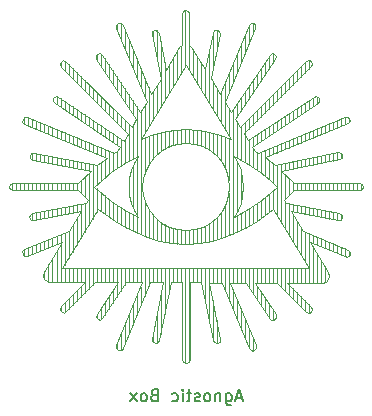
<source format=gbr>
%TF.GenerationSoftware,KiCad,Pcbnew,6.0.11-2627ca5db0~126~ubuntu20.04.1*%
%TF.CreationDate,2024-02-12T23:33:47+01:00*%
%TF.ProjectId,PCB,5043422e-6b69-4636-9164-5f7063625858,rev?*%
%TF.SameCoordinates,Original*%
%TF.FileFunction,Legend,Bot*%
%TF.FilePolarity,Positive*%
%FSLAX46Y46*%
G04 Gerber Fmt 4.6, Leading zero omitted, Abs format (unit mm)*
G04 Created by KiCad (PCBNEW 6.0.11-2627ca5db0~126~ubuntu20.04.1) date 2024-02-12 23:33:47*
%MOMM*%
%LPD*%
G01*
G04 APERTURE LIST*
%ADD10C,0.045203*%
%ADD11C,0.150000*%
G04 APERTURE END LIST*
D10*
X90530120Y-94485544D02*
X90746643Y-94398935D01*
X62870727Y-91898477D02*
X62870727Y-91324686D01*
X74736572Y-90677957D02*
X74736572Y-89399790D01*
X62594818Y-96784647D02*
X62594818Y-96784647D01*
X71007324Y-87451944D02*
X71007324Y-86370249D01*
X66939025Y-88561167D02*
X66939025Y-87846079D01*
X65051361Y-86580515D02*
X64834838Y-86533274D01*
X75414642Y-90530100D02*
X75414642Y-89347086D01*
X77787811Y-91055826D02*
X77787811Y-89545359D01*
X72243438Y-94916666D02*
X72243438Y-94916666D01*
X89624664Y-100075754D02*
X89624664Y-100075754D01*
X76092681Y-102196176D02*
X76092681Y-101099314D01*
X79538696Y-94170603D02*
X79464325Y-94907633D01*
X78126831Y-84191446D02*
X78126831Y-81854715D01*
X88636596Y-97017191D02*
X88636596Y-96393015D01*
X62023986Y-99662393D02*
X62027954Y-99902536D01*
X72043060Y-90139383D02*
X75853851Y-83840525D01*
X77905517Y-91120218D02*
X77905517Y-91120218D01*
X70594329Y-90296823D02*
X70594329Y-90296823D01*
X64071106Y-102209543D02*
X64071106Y-102209543D01*
X87619506Y-92118204D02*
X87619506Y-91501200D01*
X85585388Y-102327646D02*
X85585388Y-102196176D01*
X79821960Y-85385263D02*
X79821960Y-83724710D01*
X66260955Y-90537058D02*
X66260955Y-89866190D01*
X66939025Y-98557077D02*
X66939025Y-96252603D01*
X68200775Y-102296152D02*
X70090423Y-102296152D01*
X71346344Y-97911661D02*
X71346344Y-96535196D01*
X62649932Y-96564157D02*
X62594818Y-96784647D01*
X87619506Y-102267649D02*
X87619506Y-102196176D01*
X83223480Y-105477060D02*
X83380981Y-105414072D01*
X89653656Y-88711862D02*
X89653656Y-88635202D01*
X81522827Y-108059549D02*
X81648803Y-108028116D01*
X66846527Y-93792673D02*
X66752044Y-93855661D01*
X77491546Y-84249948D02*
X77491546Y-84249948D01*
X87002777Y-87084421D02*
X87132690Y-86891519D01*
X85585388Y-94485544D02*
X85585388Y-93855661D01*
X77838012Y-102327585D02*
X78940307Y-102327585D01*
X88860931Y-96438211D02*
X84325775Y-95524851D01*
X60992553Y-93942270D02*
X60894134Y-94170603D01*
X65397796Y-101099314D02*
X68452728Y-96060251D01*
X62023986Y-99662393D02*
X62027954Y-99902536D01*
X71791137Y-96784647D02*
X70573181Y-96101602D01*
X78904235Y-92118936D02*
X78904235Y-92118936D01*
X75853851Y-83840525D02*
X79664642Y-90139383D01*
X83551208Y-94153269D02*
X83551208Y-92310099D01*
X86561859Y-83777536D02*
X86561859Y-83777536D01*
X79916595Y-91556589D02*
X81120758Y-92239633D01*
X65271850Y-83588571D02*
X65177337Y-83809030D01*
X84229278Y-88635202D02*
X84229278Y-88214884D01*
X81134033Y-96101602D02*
X81134033Y-96101602D01*
X87986969Y-101713510D02*
X87986969Y-101713510D01*
X62531707Y-94485544D02*
X62531707Y-93855661D01*
X79482940Y-103635843D02*
X79482940Y-102196176D01*
X83475433Y-105004648D02*
X81680297Y-102327646D01*
X81856109Y-85718363D02*
X81856109Y-84642282D01*
X68767669Y-83021677D02*
X68574768Y-82891764D01*
X69990234Y-90606851D02*
X69990234Y-89891794D01*
X68263763Y-83336618D02*
X71665130Y-88438669D01*
X78465850Y-107428964D02*
X78465850Y-105487741D01*
X85924408Y-104682108D02*
X85924408Y-103800272D01*
X89112884Y-96784647D02*
X89069549Y-96564157D01*
X89314636Y-100083811D02*
X89314636Y-99412760D01*
X64565856Y-102296152D02*
X64565856Y-102196176D01*
X66752044Y-94485544D02*
X66752044Y-94485544D01*
X68973175Y-91661051D02*
X68973175Y-90990488D01*
X84451751Y-102327646D02*
X84451751Y-102327646D01*
X67791351Y-92879343D02*
X66846527Y-93792673D01*
X67278045Y-103218881D02*
X67278045Y-102337076D01*
X75822357Y-79210886D02*
X75822357Y-79210886D01*
X65744232Y-104752695D02*
X68200775Y-102296152D01*
X78467865Y-80880075D02*
X78247406Y-80923410D01*
X71685363Y-105056772D02*
X71685363Y-103456980D01*
X66939025Y-103557901D02*
X66939025Y-102676096D01*
X86467407Y-104784189D02*
X86467407Y-104784189D01*
X76137298Y-79525827D02*
X76137298Y-79525827D01*
X71007324Y-102296152D02*
X71007324Y-102196176D01*
X69852752Y-97072489D02*
X70686554Y-97574350D01*
X68295288Y-104973154D02*
X68295288Y-104973154D01*
X76431701Y-84795664D02*
X76431701Y-82531259D01*
X69990234Y-107858530D02*
X69990234Y-107525217D01*
X90498626Y-93855661D02*
X90498626Y-93855661D01*
X87619506Y-102196176D02*
X87619506Y-100924021D01*
X89553772Y-88816599D02*
X89715210Y-88647318D01*
X70090423Y-102296152D02*
X68295288Y-104973154D01*
X73712249Y-85037302D02*
X73712249Y-85037302D01*
X75753662Y-99045542D02*
X75753662Y-97845438D01*
X79464325Y-94907633D02*
X79464325Y-94907633D01*
X66939025Y-96249613D02*
X66939025Y-95619760D01*
X83947814Y-92847849D02*
X83947814Y-92847849D01*
X70279388Y-90800730D02*
X70058960Y-91178659D01*
X72363403Y-95415689D02*
X72363403Y-95306314D01*
X76992126Y-98977884D02*
X76992126Y-98977884D01*
X63548767Y-92036264D02*
X63548767Y-91419168D01*
X87132690Y-86891519D02*
X87097229Y-86674997D01*
X78768035Y-89812113D02*
X77830108Y-89552774D01*
X73011505Y-81037516D02*
X72956390Y-81258005D01*
X72702423Y-88635202D02*
X72702423Y-85787027D01*
X70668273Y-82462229D02*
X70668273Y-81854715D01*
X75414642Y-99023020D02*
X75414642Y-97811655D01*
X61209075Y-94485544D02*
X66752044Y-94485544D01*
X79160736Y-86989939D02*
X79160736Y-86989939D01*
X73788330Y-97229288D02*
X73243774Y-96780680D01*
X83491180Y-83120096D02*
X83349456Y-82927194D01*
X62972747Y-97036569D02*
X66941040Y-96249216D01*
X86246917Y-83462595D02*
X86026428Y-83557077D01*
X72011566Y-87871775D02*
X68767669Y-83021677D01*
X88636596Y-91916086D02*
X88636596Y-91298960D01*
X79250793Y-95596689D02*
X78912536Y-96222269D01*
X65492279Y-83494089D02*
X65271850Y-83588571D01*
X62027954Y-99902536D02*
X62146026Y-100044260D01*
X75753662Y-102196176D02*
X75753662Y-101099314D01*
X66939025Y-102196176D02*
X66939025Y-101099314D01*
X80500000Y-95545053D02*
X80500000Y-95415689D01*
X80160980Y-96351755D02*
X80160980Y-95415689D01*
X89069549Y-96564157D02*
X88860931Y-96438181D01*
X87280487Y-99239847D02*
X87280487Y-98572214D01*
X80499237Y-92780924D02*
X80252197Y-92146616D01*
X76431701Y-90545084D02*
X76431701Y-89355936D01*
X63887786Y-96855020D02*
X63887786Y-96229990D01*
X62023986Y-88678812D02*
X62185394Y-88848093D01*
X70686554Y-97574350D02*
X71598205Y-98040445D01*
X63854583Y-101382852D02*
X63771942Y-101682047D01*
X81178039Y-92279367D02*
X81178039Y-90243265D01*
X80109497Y-98052255D02*
X81021179Y-97588205D01*
X87280487Y-96750254D02*
X87280487Y-96119913D01*
X86941467Y-94485544D02*
X86941467Y-93855661D01*
X81680267Y-91178659D02*
X81680267Y-91178659D01*
X86602447Y-92320322D02*
X86602447Y-91703409D01*
X66939025Y-90818064D02*
X66939025Y-90147257D01*
X65921936Y-84679605D02*
X65921936Y-83797769D01*
X73011505Y-81037516D02*
X73011505Y-81037516D01*
X87958557Y-96883707D02*
X87958557Y-96256479D01*
X69806976Y-91336130D02*
X62437377Y-88281198D01*
X84229278Y-102196176D02*
X84229278Y-101099314D01*
X81810211Y-107858835D02*
X81810211Y-107858835D01*
X78912536Y-96222269D02*
X78463928Y-96768869D01*
X82990234Y-94711923D02*
X82168426Y-95383127D01*
X78768035Y-89812113D02*
X77830108Y-89552774D01*
X75107757Y-97781076D02*
X75107757Y-97781076D01*
X84229278Y-95415689D02*
X84229278Y-95370432D01*
X81743255Y-80722635D02*
X81743255Y-80722635D01*
X73041473Y-81683328D02*
X73041473Y-81018381D01*
X63209747Y-88635202D02*
X63209747Y-88601358D01*
X81021179Y-97588205D02*
X81854950Y-97085764D01*
X68389740Y-105382578D02*
X68389740Y-105382578D01*
X62870727Y-94485544D02*
X62870727Y-93855661D01*
X77491546Y-84249948D02*
X76326294Y-82360300D01*
X88986908Y-91328256D02*
X88766449Y-91273142D01*
X86467407Y-104343271D02*
X84451751Y-102327646D01*
X70247894Y-108028055D02*
X70247894Y-108028055D01*
X69964447Y-80754129D02*
X72546966Y-87021463D01*
X71007324Y-91996164D02*
X71007324Y-88883158D01*
X69651214Y-104041544D02*
X69651214Y-102951120D01*
X75853851Y-83840525D02*
X79664642Y-90139383D01*
X65208862Y-104532236D02*
X65303314Y-104752695D01*
X86263427Y-92387705D02*
X86263427Y-91770822D01*
X64641937Y-86674997D02*
X64641937Y-86674997D01*
X70668273Y-97563364D02*
X70668273Y-96154917D01*
X82534149Y-90080423D02*
X82534149Y-89341776D01*
X71255706Y-89131571D02*
X65712738Y-83588571D01*
X82195129Y-90307718D02*
X82195129Y-89567148D01*
X65933197Y-97949900D02*
X62185394Y-99493112D01*
X69852752Y-97072489D02*
X69852752Y-97072489D01*
X89553772Y-88816599D02*
X89553772Y-88816599D01*
X62192657Y-100057596D02*
X62192657Y-99490122D01*
X81239379Y-107870554D02*
X81357482Y-108012277D01*
X89715210Y-88647318D02*
X89715210Y-88647318D01*
X79143890Y-88635202D02*
X79143890Y-85353769D01*
X74594116Y-102264597D02*
X75538909Y-102264597D01*
X86372894Y-98863291D02*
X86372894Y-98863291D01*
X70531341Y-80502146D02*
X70362060Y-80340738D01*
X75853851Y-89320505D02*
X75853851Y-89320505D01*
X84735229Y-96249216D02*
X88734954Y-97036539D01*
X84568298Y-88716623D02*
X84568298Y-88635202D01*
X69312194Y-95415689D02*
X69312194Y-95193766D01*
X68106292Y-94170603D02*
X68106292Y-94170603D01*
X80500000Y-106087961D02*
X80500000Y-104483682D01*
X76092681Y-90510294D02*
X76092681Y-89335153D01*
X69535369Y-95383127D02*
X68106292Y-94170603D01*
X67278045Y-90958567D02*
X67278045Y-90287821D01*
X63854583Y-101382852D02*
X63854583Y-101382852D01*
X75753662Y-81854715D02*
X75753662Y-79236948D01*
X76326294Y-82360300D02*
X76326294Y-82360300D01*
X72244720Y-93424509D02*
X72461364Y-92731211D01*
X88297576Y-94485544D02*
X88297576Y-93855661D01*
X86561859Y-104563730D02*
X86467407Y-104343271D01*
X71208465Y-95560282D02*
X71455505Y-96194589D01*
X70121948Y-80344675D02*
X70121948Y-80344675D01*
X81144836Y-90265329D02*
X80798400Y-89666941D01*
X62437377Y-88281198D02*
X62437377Y-88281198D01*
X76770721Y-85356027D02*
X76770721Y-83081034D01*
X84568298Y-94890299D02*
X84568298Y-93447641D01*
X67617065Y-102196176D02*
X67617065Y-101099314D01*
X66260955Y-104235971D02*
X66260955Y-103354135D01*
X77109741Y-102296091D02*
X77109741Y-102196176D01*
X80703949Y-94170603D02*
X80651794Y-93456583D01*
X72363403Y-86575968D02*
X72363403Y-84961771D01*
X69312194Y-90152262D02*
X69312194Y-89437204D01*
X65243896Y-104614023D02*
X65243896Y-104450479D01*
X83551208Y-102327646D02*
X83551208Y-102196176D01*
X73719512Y-91179758D02*
X73719512Y-89593546D01*
X78719818Y-81226511D02*
X78676483Y-81006052D01*
X83491180Y-83120096D02*
X83491180Y-83120096D01*
X64565856Y-89834574D02*
X64565856Y-89163523D01*
X85924408Y-87807413D02*
X85924408Y-87088022D01*
X84451751Y-102327646D02*
X87412200Y-102327646D01*
X80839019Y-102196176D02*
X80839019Y-101099314D01*
X86263427Y-87580118D02*
X86263427Y-86862650D01*
X79160736Y-86989939D02*
X81743255Y-80722635D01*
X62972747Y-91304636D02*
X62972747Y-91304636D01*
X68452728Y-96060251D02*
X69852752Y-97072489D01*
X62197204Y-88277262D02*
X62027954Y-88438669D01*
X63548767Y-99598978D02*
X63548767Y-98931742D01*
X81743255Y-80722635D02*
X81747192Y-80482462D01*
X80651794Y-94871347D02*
X80651794Y-94871347D01*
X73380493Y-102196176D02*
X73380493Y-101099314D01*
X62437377Y-88281198D02*
X62197204Y-88277262D01*
X69312194Y-88069864D02*
X69312194Y-87188028D01*
X67278045Y-92777323D02*
X67278045Y-92160654D01*
X78126831Y-107047190D02*
X78126831Y-103781320D01*
X83212188Y-102327646D02*
X83212188Y-102196176D01*
X69651214Y-96926767D02*
X69651214Y-95463327D01*
X83443939Y-83336618D02*
X83443939Y-83336618D01*
X76590881Y-90561441D02*
X77279937Y-90778086D01*
X71598205Y-98040445D02*
X72579254Y-98445993D01*
X77830108Y-89552774D02*
X77830108Y-89552774D01*
X69312194Y-102196176D02*
X69312194Y-101099314D01*
X64904876Y-96653208D02*
X64904876Y-96026590D01*
X84892639Y-93761179D02*
X84892639Y-93761179D01*
X79916595Y-96784647D02*
X80252197Y-96190164D01*
X75625518Y-109031900D02*
X75853851Y-109130319D01*
X75538909Y-102264597D02*
X75538909Y-108815378D01*
X73255584Y-91560526D02*
X73802185Y-91111917D01*
X71346344Y-95415689D02*
X71346344Y-92434610D01*
X63771942Y-101682047D02*
X63854583Y-101981211D01*
X62972747Y-91304636D02*
X62752288Y-91347971D01*
X76092681Y-99036600D02*
X76092681Y-97831217D01*
X63887786Y-94485544D02*
X63887786Y-93855661D01*
X65523803Y-104847208D02*
X65744232Y-104752695D01*
X62311370Y-100091501D02*
X62437347Y-100060099D01*
X79128448Y-98454294D02*
X80109497Y-98052255D01*
X71346344Y-102196176D02*
X71346344Y-101099314D01*
X72803497Y-92105081D02*
X73255584Y-91560526D01*
X84229278Y-91023142D02*
X84229278Y-90374124D01*
X89711273Y-88407175D02*
X89711273Y-88407175D01*
X83380950Y-92343943D02*
X83380950Y-92343943D01*
X84987152Y-94485544D02*
X84987152Y-94485544D01*
X71055908Y-94884622D02*
X71055908Y-94884622D01*
X71007324Y-97738352D02*
X71007324Y-96345072D01*
X65177337Y-83809030D02*
X65271850Y-84029489D01*
X90498596Y-93855661D02*
X84955658Y-93855661D01*
X71665130Y-88438669D02*
X71255706Y-89131571D01*
X69312194Y-102296152D02*
X69312194Y-102196176D01*
X63209747Y-94485544D02*
X63209747Y-93855661D01*
X79821960Y-104453226D02*
X79821960Y-102856363D01*
X65582916Y-96518686D02*
X65582916Y-95890970D01*
X75116821Y-90560129D02*
X75853851Y-90485758D01*
X86602447Y-96616770D02*
X86602447Y-95983347D01*
X76992126Y-98977884D02*
X78086486Y-98770700D01*
X80252197Y-96190164D02*
X80499237Y-95548471D01*
X63209747Y-89272592D02*
X63209747Y-88635202D01*
X86561859Y-83777536D02*
X86467376Y-83557077D01*
X79664642Y-90139383D02*
X78768035Y-89812113D01*
X83380950Y-92343943D02*
X82562072Y-91714060D01*
X66260955Y-88106577D02*
X66260955Y-87391489D01*
X66260955Y-102196176D02*
X66260955Y-101099314D01*
X89553772Y-88816599D02*
X89715210Y-88647318D01*
X75853851Y-99052194D02*
X76992126Y-98977884D01*
X89112884Y-96784647D02*
X89069549Y-96564157D01*
X66939025Y-94668497D02*
X66939025Y-93703256D01*
X83223480Y-105477060D02*
X83223480Y-105477060D01*
X88986908Y-91328256D02*
X88766449Y-91273142D01*
X68228332Y-83120096D02*
X68263763Y-83336618D01*
X88860931Y-96438181D02*
X84325775Y-95524851D01*
X62531707Y-88635202D02*
X62531707Y-88320291D01*
X69964416Y-107587168D02*
X69964416Y-107587168D01*
X79821960Y-102196176D02*
X79821960Y-101099314D01*
X78463928Y-96768869D02*
X78463928Y-96768869D01*
X63854583Y-101981211D02*
X63854583Y-101981211D01*
X85585388Y-99904215D02*
X85585388Y-97640390D01*
X64736419Y-87084421D02*
X70279388Y-90800730D01*
X83085693Y-105449503D02*
X83085693Y-105449503D01*
X83551208Y-86914133D02*
X83551208Y-86032297D01*
X72924896Y-86328592D02*
X72924896Y-86328592D01*
X78126831Y-102327585D02*
X78126831Y-102196176D01*
X90746643Y-94398935D02*
X90746643Y-94398935D01*
X67570892Y-95272898D02*
X67413421Y-95524851D01*
X81459777Y-90800730D02*
X87002777Y-87084421D01*
X70362060Y-80340738D02*
X70121948Y-80344675D01*
X62197235Y-88277262D02*
X62027954Y-88438669D01*
X70329254Y-86434885D02*
X70329254Y-85356485D01*
X76092681Y-84235269D02*
X76092681Y-81854715D01*
X79482940Y-88635202D02*
X79482940Y-87520609D01*
X71598205Y-98040445D02*
X71598205Y-98040445D01*
X66752044Y-93855661D02*
X66752044Y-93855661D01*
X75538909Y-102264597D02*
X75538909Y-108815378D01*
X79482940Y-98309030D02*
X79482940Y-95415689D01*
X72579254Y-98445993D02*
X72579254Y-98445993D01*
X85924408Y-92455057D02*
X85924408Y-91838236D01*
X66600006Y-88333872D02*
X66600006Y-87618784D01*
X66939025Y-85696665D02*
X66939025Y-84814859D01*
X81810211Y-107858835D02*
X81806243Y-107618692D01*
X79482940Y-93627481D02*
X79482940Y-90073038D01*
X78121429Y-81132059D02*
X77491546Y-84249948D01*
X65303314Y-104311807D02*
X65208862Y-104532236D01*
X80109497Y-98052255D02*
X80109497Y-98052255D01*
X80500000Y-97853464D02*
X80500000Y-96457315D01*
X82873169Y-102196176D02*
X82873169Y-101099314D01*
X84907318Y-90742166D02*
X84907318Y-90090158D01*
X71346344Y-102296152D02*
X71346344Y-102196176D01*
X67278045Y-102196176D02*
X67278045Y-101099314D01*
X73041473Y-102196176D02*
X73041473Y-101099314D01*
X89333343Y-100091562D02*
X89459320Y-100122995D01*
X75853851Y-109130319D02*
X76082183Y-109043711D01*
X68295105Y-83383646D02*
X68295105Y-83020944D01*
X71055908Y-94884622D02*
X71208465Y-95560282D01*
X88797943Y-97036539D02*
X89002685Y-96969644D01*
X71007324Y-102196176D02*
X71007324Y-101099314D01*
X86602447Y-90039682D02*
X86602447Y-89380228D01*
X75853851Y-97855417D02*
X75853851Y-97855417D01*
X89459320Y-100122995D02*
X89624664Y-100075754D01*
X62146026Y-100044260D02*
X62146026Y-100044260D01*
X83890258Y-88635202D02*
X83890258Y-88440256D01*
X72546966Y-87021463D02*
X72011566Y-87871775D01*
X64565856Y-94485544D02*
X64565856Y-93855661D01*
X89742767Y-99934030D02*
X89746704Y-99693888D01*
X71791137Y-96784647D02*
X71791137Y-96784647D01*
X79538696Y-94170603D02*
X79538696Y-94170603D01*
X73802185Y-91111917D02*
X74427764Y-90773661D01*
X75753662Y-84006113D02*
X75753662Y-81854715D01*
X75753662Y-99045542D02*
X75753662Y-97845438D01*
X79482940Y-102196176D02*
X79482940Y-101099314D01*
X70814788Y-102296152D02*
X72169036Y-102296152D01*
X76050689Y-79309305D02*
X75822357Y-79210886D01*
X64565856Y-92238382D02*
X64565856Y-91621408D01*
X68295105Y-102196176D02*
X68295105Y-101099314D01*
X64904876Y-102296152D02*
X64904876Y-102196176D01*
X70940765Y-89698435D02*
X70594329Y-90296823D01*
X75753662Y-90495890D02*
X75753662Y-89326578D01*
X79463012Y-93433573D02*
X79463012Y-93433573D01*
X73788330Y-97229288D02*
X73788330Y-97229288D01*
X82873169Y-105203531D02*
X82873169Y-104106516D01*
X66846527Y-93792673D02*
X66846527Y-93792673D01*
X69960510Y-107827341D02*
X69960510Y-107827341D01*
X73428833Y-80966684D02*
X73428833Y-80966684D01*
X78465850Y-98655496D02*
X78465850Y-96766550D01*
X64226806Y-99317636D02*
X64226806Y-98652536D01*
X84568298Y-92724558D02*
X84568298Y-92107859D01*
X79821960Y-98170084D02*
X79821960Y-95415689D01*
X78086486Y-98770731D02*
X79128448Y-98454294D01*
X65921936Y-92507852D02*
X65921936Y-91891031D01*
X87280487Y-102196176D02*
X87280487Y-100363596D01*
X71685363Y-91615915D02*
X71685363Y-88635202D01*
X82168426Y-95383127D02*
X82168426Y-95383127D01*
X62870727Y-89132089D02*
X62870727Y-88635202D01*
X81178039Y-89287302D02*
X81178039Y-88635202D01*
X68973175Y-87730814D02*
X68973175Y-86849008D01*
X73243774Y-96780680D02*
X73243774Y-96780680D01*
X65243896Y-102296152D02*
X65243896Y-102196176D01*
X75507415Y-79525827D02*
X75507415Y-79525827D01*
X80651794Y-93456583D02*
X80499237Y-92780924D01*
X77963958Y-85005808D02*
X78719818Y-81226511D01*
X73380493Y-98692301D02*
X73380493Y-96893289D01*
X70686554Y-97574350D02*
X70686554Y-97574350D01*
X69960510Y-80513956D02*
X69964447Y-80754129D01*
X78152923Y-107177683D02*
X78263122Y-107362711D01*
X83212188Y-83684214D02*
X83212188Y-82897257D01*
X66260955Y-96384134D02*
X66260955Y-95755350D01*
X68358276Y-82927194D02*
X68358276Y-82927194D01*
X85924408Y-102327646D02*
X85924408Y-102196176D01*
X68248016Y-105189676D02*
X68389740Y-105382578D01*
X72169036Y-102296152D02*
X72169036Y-102296152D01*
X89301849Y-88249704D02*
X81932220Y-91336130D01*
X88636596Y-94485544D02*
X88636596Y-93855661D01*
X66846527Y-94580026D02*
X66846527Y-94580026D01*
X77830108Y-89552774D02*
X76856750Y-89382028D01*
X77293243Y-97563120D02*
X76599945Y-97779764D01*
X81517089Y-88635202D02*
X81517089Y-88066446D01*
X81806243Y-107618692D02*
X81806243Y-107618692D01*
X89112884Y-96784647D02*
X89112884Y-96784647D01*
X87619506Y-96816995D02*
X87619506Y-96188181D01*
X78465850Y-82496317D02*
X78465850Y-81854715D01*
X67413421Y-95524851D02*
X62846771Y-96438211D01*
X73621215Y-98766275D02*
X74715576Y-98976602D01*
X72024383Y-85753214D02*
X72024383Y-84136515D01*
X73932708Y-102296091D02*
X72987884Y-107051706D01*
X80252197Y-92146616D02*
X79916595Y-91556589D01*
X77293243Y-97563120D02*
X76599945Y-97779764D01*
X68973175Y-105058634D02*
X68973175Y-103962259D01*
X77838012Y-102327585D02*
X77838012Y-102327585D01*
X89746704Y-99693888D02*
X89746704Y-99693888D01*
X67791351Y-92879343D02*
X66846527Y-93792673D01*
X73428833Y-80966684D02*
X73208374Y-80911569D01*
X68973175Y-102296152D02*
X68973175Y-102196176D01*
X78126831Y-91303263D02*
X78126831Y-89634806D01*
X80839019Y-82917002D02*
X80839019Y-81854715D01*
X68799163Y-105319620D02*
X68799163Y-105319620D01*
X72461364Y-92731211D02*
X72803497Y-92105081D01*
X71665130Y-88438669D02*
X71665130Y-88438669D01*
X65492279Y-83494089D02*
X65492279Y-83494089D01*
X89314636Y-88635202D02*
X89314636Y-88249491D01*
X62870727Y-99880289D02*
X62870727Y-99210916D01*
X82195129Y-96836588D02*
X82195129Y-95415689D01*
X81648803Y-108028116D02*
X81648803Y-108028116D01*
X77905517Y-91120218D02*
X78452117Y-91572336D01*
X72169067Y-94170603D02*
X72169067Y-94170603D01*
X84229278Y-97667368D02*
X84229278Y-95415689D01*
X61514617Y-94485544D02*
X61514617Y-93855661D01*
X62185394Y-88848093D02*
X69177093Y-91745554D01*
X81522827Y-108059549D02*
X81648803Y-108028116D01*
X83510864Y-105221170D02*
X83475433Y-105004648D01*
X76770721Y-90617960D02*
X76770721Y-89376749D01*
X80839019Y-81854715D02*
X80839019Y-81281107D01*
X81680267Y-102327646D02*
X83569915Y-102327646D01*
X68295105Y-105253794D02*
X68295105Y-104973917D01*
X68634124Y-91520548D02*
X68634124Y-90849954D01*
X71685363Y-98076456D02*
X71685363Y-96725321D01*
X82985809Y-93629282D02*
X83569915Y-94170603D01*
X81747192Y-80482462D02*
X81585784Y-80313181D01*
X81932220Y-91336130D02*
X81680267Y-91178659D01*
X74715576Y-98976602D02*
X75853851Y-99052194D01*
X66600006Y-85357645D02*
X66600006Y-84475839D01*
X74058532Y-104942453D02*
X74058532Y-102196176D01*
X82156616Y-92958078D02*
X82985809Y-93629282D01*
X73719512Y-102296091D02*
X73719512Y-102196176D01*
X62870727Y-97023813D02*
X62870727Y-96433420D01*
X89541992Y-88245767D02*
X89301849Y-88249704D01*
X62192657Y-88851114D02*
X62192657Y-88635202D01*
X63548767Y-94485544D02*
X63548767Y-93855661D01*
X65397796Y-98831797D02*
X63854583Y-101382852D01*
X83947814Y-92847849D02*
X88860900Y-91871500D01*
X72024383Y-104239420D02*
X72024383Y-102643350D01*
X69177093Y-91745554D02*
X68358276Y-92375437D01*
X79696106Y-87871775D02*
X79696106Y-87871775D01*
X72363403Y-102196176D02*
X72363403Y-101099314D01*
X81239379Y-107870554D02*
X81357482Y-108012277D01*
X82195129Y-88270243D02*
X82195129Y-87388407D01*
X74837677Y-89382028D02*
X74837677Y-89382028D01*
X78121429Y-81132059D02*
X77491546Y-84249948D01*
X86602447Y-87352823D02*
X86602447Y-86637277D01*
X73719512Y-106637552D02*
X73719512Y-103369242D01*
X83947814Y-92847849D02*
X88860900Y-91871530D01*
X62185394Y-88848093D02*
X62185394Y-88848093D01*
X89301849Y-88249704D02*
X81932220Y-91336130D01*
X67413421Y-95524851D02*
X67413421Y-95524851D01*
X64641937Y-86674997D02*
X64594696Y-86891519D01*
X62311370Y-100091501D02*
X62311370Y-100091501D01*
X86263427Y-102327646D02*
X86263427Y-102196176D01*
X80500000Y-102196176D02*
X80500000Y-101099314D01*
X89992706Y-94485544D02*
X89992706Y-93855661D01*
X72702423Y-102604685D02*
X72702423Y-102196176D01*
X65243896Y-96585947D02*
X65243896Y-95958780D01*
X87916137Y-101414316D02*
X87916137Y-101414316D01*
X75594024Y-79297495D02*
X75507415Y-79525827D01*
X78676483Y-81006052D02*
X78467895Y-80880075D01*
X89002685Y-96969644D02*
X89112884Y-96784647D01*
X87097229Y-86674997D02*
X86904357Y-86545084D01*
X63209747Y-91968912D02*
X63209747Y-91351755D01*
X67570892Y-95272898D02*
X67570892Y-95272898D01*
X78751281Y-86297037D02*
X78751281Y-86297037D01*
X65582916Y-100793955D02*
X65582916Y-98094156D01*
X75853851Y-97855417D02*
X75107757Y-97781076D01*
X69960510Y-80513956D02*
X69964447Y-80754129D01*
X68106292Y-94170603D02*
X68106292Y-94170603D01*
X78467865Y-80880075D02*
X78467865Y-80880075D01*
X79464325Y-94907633D02*
X79250793Y-95596689D01*
X64565856Y-102196176D02*
X64565856Y-100207102D01*
X87958557Y-99521158D02*
X87958557Y-98852396D01*
X82195129Y-92989237D02*
X82195129Y-91226023D01*
X72363403Y-93044687D02*
X72363403Y-90021860D01*
X87916137Y-101414316D02*
X86372894Y-98863291D01*
X64904876Y-92305734D02*
X64904876Y-91688791D01*
X68799163Y-105319620D02*
X70814788Y-102296152D01*
X61209075Y-93855661D02*
X60992553Y-93942270D01*
X81806243Y-107618692D02*
X79601654Y-102327646D01*
X70531341Y-107839060D02*
X72830413Y-102296091D01*
X68634124Y-89697672D02*
X68634124Y-88982584D01*
X67278045Y-102296152D02*
X67278045Y-102196176D01*
X81517089Y-90762308D02*
X81517089Y-90017893D01*
X70668273Y-88635202D02*
X70668273Y-88544138D01*
X68248016Y-105189676D02*
X68248016Y-105189676D01*
X65492279Y-83494089D02*
X65271850Y-83588571D01*
X89715210Y-88647318D02*
X89711273Y-88407205D01*
X68106292Y-94170603D02*
X69535369Y-92958078D01*
X68358276Y-92375437D02*
X62972747Y-91304636D01*
X60980743Y-94398935D02*
X60980743Y-94398935D01*
X82195129Y-90307718D02*
X82195129Y-89567148D01*
X70531341Y-80502146D02*
X70362060Y-80340738D01*
X68200775Y-102296152D02*
X70090423Y-102296152D01*
X81021179Y-97588205D02*
X81021179Y-97588205D01*
X76137298Y-79525827D02*
X76050689Y-79309305D01*
X85924408Y-100463449D02*
X85924408Y-98011850D01*
X78467895Y-107429636D02*
X78467895Y-107429636D01*
X73507537Y-107331217D02*
X73617767Y-107146189D01*
X82534149Y-102327646D02*
X82534149Y-102196176D01*
X80798400Y-89666941D02*
X86467376Y-83997995D01*
X65933197Y-97949900D02*
X65933197Y-97949900D01*
X88734954Y-97036569D02*
X88797943Y-97036569D01*
X79916595Y-96784647D02*
X79916595Y-96784647D01*
X81648803Y-108028116D02*
X81810211Y-107858835D01*
X81743255Y-80722635D02*
X81747192Y-80482462D01*
X78940307Y-102327585D02*
X78940307Y-102327585D01*
X81680267Y-91178659D02*
X81459777Y-90800730D01*
X89653656Y-88635202D02*
X89653656Y-88352274D01*
X88636596Y-88635202D02*
X88636596Y-88528330D01*
X87132690Y-86891519D02*
X87132690Y-86891519D01*
X74427764Y-90773661D02*
X75116821Y-90560129D01*
X65243896Y-83964304D02*
X65243896Y-83653787D01*
X81459808Y-90800730D02*
X87002777Y-87084421D01*
X65271850Y-83588571D02*
X65271850Y-83588571D01*
X69312194Y-84909250D02*
X69312194Y-83835794D01*
X76168792Y-108815378D02*
X76168792Y-108815378D01*
X71255706Y-89131571D02*
X65712738Y-83588571D01*
X74736572Y-98978006D02*
X74736572Y-97666757D01*
X80955932Y-102327646D02*
X80955932Y-102327646D01*
X80651794Y-94871347D02*
X80703949Y-94170603D01*
X79482940Y-86208017D02*
X79482940Y-84539224D01*
X69964447Y-80754129D02*
X72546966Y-87021463D01*
X82168426Y-95383127D02*
X81134033Y-96101602D01*
X62870727Y-94485544D02*
X62870727Y-93855661D01*
X76599945Y-97779764D02*
X75853851Y-97855417D01*
X79916595Y-91556589D02*
X79916595Y-91556589D01*
X73712249Y-85037302D02*
X72924896Y-86328592D01*
X81345642Y-80309244D02*
X81176330Y-80470651D01*
X79246368Y-92744516D02*
X79463012Y-93433573D01*
X71055908Y-93469858D02*
X71003753Y-94170603D01*
X87711395Y-102241037D02*
X87916137Y-102012735D01*
X68574768Y-82891764D02*
X68358276Y-82927194D01*
X83443939Y-83336618D02*
X83491180Y-83120096D01*
X75538909Y-102264597D02*
X75538909Y-102264597D01*
X82873169Y-93538126D02*
X82873169Y-91953348D01*
X70329254Y-89086923D02*
X70329254Y-88635202D01*
X69990234Y-103532999D02*
X69990234Y-102445566D01*
X60894134Y-94170603D02*
X60980743Y-94398935D01*
X88797943Y-97036539D02*
X88797943Y-97036539D01*
X76050689Y-79309305D02*
X76050689Y-79309305D01*
X72956390Y-81258005D02*
X72956390Y-81258005D01*
X80500000Y-102327646D02*
X80500000Y-102196176D01*
X78727722Y-107303690D02*
X78727722Y-107303690D01*
X79916595Y-91556589D02*
X81120758Y-92239633D01*
X86467407Y-104343271D02*
X84451751Y-102327646D01*
X70573181Y-96101602D02*
X69535369Y-95383127D01*
X72956390Y-81258005D02*
X73712249Y-85037302D01*
X70668273Y-86943399D02*
X70668273Y-85863382D01*
X77491546Y-84249948D02*
X76326294Y-82360300D01*
X81856109Y-103677927D02*
X81856109Y-102589823D01*
X69312194Y-95415689D02*
X69312194Y-95193766D01*
X81345642Y-80309244D02*
X81176330Y-80470651D01*
X79246368Y-92744516D02*
X79463012Y-93433573D01*
X80499237Y-95548471D02*
X80651794Y-94871347D01*
X64071106Y-102209543D02*
X64358490Y-102296152D01*
X78751281Y-86297068D02*
X77963958Y-85005808D01*
X88636596Y-94485544D02*
X88636596Y-93855661D01*
X81932220Y-91336130D02*
X81680267Y-91178659D01*
X87986969Y-101713510D02*
X87916137Y-101414316D01*
X81747192Y-80482462D02*
X81585784Y-80313181D01*
X81806243Y-107618692D02*
X79601654Y-102327646D01*
X77830108Y-89552774D02*
X76856750Y-89382028D01*
X80499237Y-92780924D02*
X80499237Y-92780924D01*
X75075622Y-99000498D02*
X75075622Y-97771158D01*
X82534149Y-87931223D02*
X82534149Y-87049387D01*
X76137298Y-79525827D02*
X76050689Y-79309305D01*
X72702423Y-102196176D02*
X72702423Y-101099314D01*
X80451965Y-89131571D02*
X80042572Y-88438669D01*
X80160980Y-98026041D02*
X80160980Y-96647531D01*
X78467895Y-107429636D02*
X78530883Y-107429636D01*
X88297576Y-89337198D02*
X88297576Y-88670297D01*
X85585388Y-90461161D02*
X85585388Y-89806192D01*
X88766449Y-91273142D02*
X83380950Y-92343943D01*
X70329254Y-92408487D02*
X70329254Y-90119089D01*
X85246337Y-94485544D02*
X85246337Y-93855661D01*
X82873169Y-87592172D02*
X82873169Y-86710367D01*
X69651214Y-102196176D02*
X69651214Y-101099314D01*
X86263427Y-101022653D02*
X86263427Y-98151926D01*
X76590881Y-90561441D02*
X77279937Y-90778086D01*
X78804870Y-102196176D02*
X78804870Y-101099314D01*
X80499237Y-95548471D02*
X80499237Y-95548471D01*
X78126831Y-81854715D02*
X78126831Y-81123117D01*
X89459320Y-100122995D02*
X89624664Y-100075754D01*
X75594024Y-79297495D02*
X75507415Y-79525827D01*
X73031219Y-107272165D02*
X73031219Y-107272165D01*
X62185394Y-99493112D02*
X62023986Y-99662393D01*
X82940002Y-83021677D02*
X79696136Y-87871775D01*
X80500000Y-95415689D02*
X80500000Y-92784311D01*
X81144836Y-90265329D02*
X81144836Y-90265329D01*
X85585388Y-96416574D02*
X85585388Y-95778543D01*
X62437377Y-88281198D02*
X62197235Y-88277262D01*
X72363403Y-98356760D02*
X72363403Y-95415689D01*
X62146026Y-100044260D02*
X62311370Y-100091501D01*
X67956085Y-102196176D02*
X67956085Y-101099314D01*
X73865783Y-89552774D02*
X73865783Y-89552774D01*
X62027954Y-99902536D02*
X62027954Y-99902536D01*
X72011566Y-87871775D02*
X68767669Y-83021677D01*
X86602447Y-98958536D02*
X86602447Y-98292032D01*
X72987884Y-107051706D02*
X73031219Y-107272165D01*
X86309906Y-101099314D02*
X65397796Y-101099314D01*
X84987152Y-94485544D02*
X90530120Y-94485544D01*
X76137298Y-82171366D02*
X76137298Y-79525827D01*
X81178039Y-86735453D02*
X81178039Y-85656076D01*
X63548767Y-96922281D02*
X63548767Y-96297800D01*
X62311370Y-100091501D02*
X62437347Y-100060099D01*
X62878265Y-91903055D02*
X62878265Y-91903055D01*
X74427764Y-90773661D02*
X75116821Y-90560129D01*
X65243896Y-98895639D02*
X65243896Y-98233744D01*
X71455505Y-92151041D02*
X71208465Y-92792734D01*
X82534149Y-84701303D02*
X82534149Y-83628488D01*
X67278045Y-86035715D02*
X67278045Y-85153879D01*
X65582916Y-92440500D02*
X65582916Y-91823618D01*
X76092681Y-108976663D02*
X76092681Y-102196176D01*
X82534149Y-104694986D02*
X82534149Y-103600962D01*
X81680297Y-102327646D02*
X83569915Y-102327646D01*
X82985809Y-93629282D02*
X83569915Y-94170603D01*
X72024383Y-88635202D02*
X72024383Y-87851419D01*
X76082183Y-109043711D02*
X76168792Y-108815378D01*
X70329254Y-81639475D02*
X70329254Y-80341287D01*
X78530883Y-107429636D02*
X78727722Y-107303690D01*
X68452728Y-96060251D02*
X69852752Y-97072489D01*
X69312194Y-96681650D02*
X69312194Y-95415689D01*
X77919372Y-97220987D02*
X77293243Y-97563120D01*
X72830413Y-102296091D02*
X73932708Y-102296091D01*
X78719818Y-81226511D02*
X78719818Y-81226511D01*
X77448791Y-90870401D02*
X77448791Y-89485880D01*
X62027954Y-88438669D02*
X62027954Y-88438669D01*
X86467376Y-83557077D02*
X86246917Y-83462595D01*
X77787811Y-102196176D02*
X77787811Y-101099314D01*
X76599945Y-97779764D02*
X75853851Y-97855417D01*
X77963958Y-85005808D02*
X78719818Y-81226511D01*
X86246917Y-83462595D02*
X86246917Y-83462595D01*
X73802185Y-91111917D02*
X73802185Y-91111917D01*
X71685363Y-88635202D02*
X71685363Y-87384043D01*
X75753662Y-84006113D02*
X75753662Y-81854715D01*
X70814788Y-102296152D02*
X70814788Y-102296152D01*
X85585388Y-104343088D02*
X85585388Y-103461252D01*
X84892669Y-93761179D02*
X83947814Y-92847849D01*
X66260955Y-102296152D02*
X66260955Y-102196176D01*
X86561859Y-83777536D02*
X86467376Y-83557077D01*
X82534149Y-96588236D02*
X82534149Y-95415689D01*
X86263427Y-102196176D02*
X86263427Y-101099314D01*
X84955658Y-93855661D02*
X84955658Y-93855661D01*
X81585784Y-80313181D02*
X81585784Y-80313181D01*
X87002777Y-87084421D02*
X87002777Y-87084421D01*
X67956085Y-95415689D02*
X67956085Y-92295481D01*
X68295105Y-96320200D02*
X68295105Y-95415689D01*
X71685363Y-95415689D02*
X71685363Y-91743936D01*
X71455505Y-96194589D02*
X71791137Y-96784647D01*
X73802185Y-91111917D02*
X74427764Y-90773661D01*
X89715210Y-88647318D02*
X89711273Y-88407175D01*
X74736572Y-102264597D02*
X74736572Y-102196176D01*
X68547210Y-105445566D02*
X68799163Y-105319620D01*
X88975616Y-89056223D02*
X88975616Y-88635202D01*
X78912536Y-96222269D02*
X78463928Y-96768869D01*
X76856750Y-89382028D02*
X76856750Y-89382028D01*
X87958557Y-101833597D02*
X87958557Y-101593454D01*
X67791351Y-92879343D02*
X67791351Y-92879343D01*
X89624664Y-100075754D02*
X89742767Y-99934030D01*
X84892639Y-93761179D02*
X83947814Y-92847849D01*
X83890258Y-97108133D02*
X83890258Y-95415689D01*
X73031219Y-107272165D02*
X73239837Y-107398142D01*
X79538696Y-94170603D02*
X79538696Y-94170603D01*
X87280487Y-92185587D02*
X87280487Y-91568613D01*
X83132934Y-82879953D02*
X82940002Y-83021677D01*
X90670745Y-94429300D02*
X90670745Y-93916727D01*
X68547210Y-105445566D02*
X68799163Y-105319620D01*
X83380981Y-105414072D02*
X83380981Y-105414072D01*
X90845062Y-94170603D02*
X90742706Y-93942270D01*
X82195129Y-95415689D02*
X82195129Y-95361338D01*
X78940307Y-102327585D02*
X81239379Y-107870554D01*
X76770721Y-102196176D02*
X76770721Y-101099314D01*
X80703949Y-94170603D02*
X80703949Y-94170603D01*
X73208374Y-80911569D02*
X73011505Y-81037516D01*
X62870727Y-91898477D02*
X62870727Y-91324686D01*
X71455505Y-92151041D02*
X71208465Y-92792734D01*
X88975616Y-88635202D02*
X88975616Y-88386331D01*
X65243896Y-92373117D02*
X65243896Y-91756204D01*
X72243438Y-94916666D02*
X72169067Y-94170603D01*
X69312194Y-102296152D02*
X69312194Y-102196176D01*
X68358276Y-82927194D02*
X68228332Y-83120096D01*
X85246337Y-90601663D02*
X85246337Y-89948160D01*
X71208465Y-92792734D02*
X71208465Y-92792734D01*
X86561859Y-104563730D02*
X86561859Y-104563730D01*
X71003753Y-94170603D02*
X71055908Y-94884622D01*
X73302825Y-107398142D02*
X73507537Y-107331217D01*
X69651214Y-88408884D02*
X69651214Y-87527048D01*
X62023986Y-88678812D02*
X62023986Y-88678812D01*
X75507415Y-82202860D02*
X75318481Y-82391794D01*
X86026428Y-83557077D02*
X80451965Y-89131571D01*
X73031219Y-107272165D02*
X73239837Y-107398142D01*
X65582916Y-104821848D02*
X65582916Y-104032205D01*
X78463928Y-96768869D02*
X77919372Y-97220987D01*
X83380950Y-92343943D02*
X82562072Y-91714060D01*
X74414459Y-97567545D02*
X74414459Y-97567545D01*
X83132934Y-82879953D02*
X83132934Y-82879953D01*
X82195129Y-85209848D02*
X82195129Y-84135385D01*
X82873169Y-96339914D02*
X82873169Y-95415689D01*
X72461364Y-92731211D02*
X72803497Y-92105081D01*
X75853851Y-90485758D02*
X76590881Y-90561441D01*
X89585296Y-99524607D02*
X89585296Y-99524607D01*
X65243896Y-94485544D02*
X65243896Y-93855661D01*
X88734954Y-97036539D02*
X88797943Y-97036539D01*
X62752288Y-91347971D02*
X62752288Y-91347971D01*
X79601654Y-102327646D02*
X80955932Y-102327646D01*
X72579254Y-98445993D02*
X73621215Y-98766275D01*
X81856109Y-90535013D02*
X81856109Y-89792520D01*
X62669677Y-91777048D02*
X62878265Y-91903055D01*
X86687835Y-86580515D02*
X81144866Y-90265329D01*
X79143890Y-102196176D02*
X79143890Y-101099314D01*
X63771942Y-101682047D02*
X63771942Y-101682047D01*
X70329254Y-102196176D02*
X70329254Y-101099314D01*
X69990234Y-102196176D02*
X69990234Y-101099314D01*
X79916595Y-96784647D02*
X79916595Y-96784647D01*
X74397552Y-90789987D02*
X74397552Y-89459329D01*
X81134033Y-96101602D02*
X79916595Y-96784647D01*
X77905517Y-91120218D02*
X78452117Y-91572336D01*
X72702423Y-98483866D02*
X72702423Y-96064432D01*
X70668273Y-102196176D02*
X70668273Y-101099314D01*
X80839019Y-87243997D02*
X80839019Y-86162973D01*
X84568298Y-103326029D02*
X84568298Y-102444162D01*
X68389740Y-105382578D02*
X68547210Y-105445566D01*
X89301849Y-88249704D02*
X89301849Y-88249704D01*
X79821960Y-95415689D02*
X79821960Y-88635202D01*
X83132934Y-82879953D02*
X82940002Y-83021677D01*
X70329254Y-88635202D02*
X70329254Y-88205118D01*
X83212188Y-91444651D02*
X83212188Y-90800089D01*
X80651794Y-93456583D02*
X80651794Y-93456583D01*
X80160980Y-88261057D02*
X80160980Y-87176767D01*
X69312194Y-104550089D02*
X69312194Y-103456705D01*
X62870727Y-97023813D02*
X62870727Y-96433420D01*
X62192657Y-88635202D02*
X62192657Y-88281595D01*
X75625518Y-109031900D02*
X75853851Y-109130319D01*
X69177093Y-91745554D02*
X68358245Y-92375437D01*
X86602447Y-102327646D02*
X86602447Y-102196176D01*
X89112854Y-91525064D02*
X88986908Y-91328256D01*
X65208862Y-104532236D02*
X65303314Y-104752695D01*
X66939025Y-102296152D02*
X66939025Y-102196176D01*
X61209075Y-93855661D02*
X60992553Y-93942270D01*
X83380981Y-105414072D02*
X83510864Y-105221170D01*
X75822357Y-79210886D02*
X75594024Y-79297495D01*
X86904357Y-86545084D02*
X86687805Y-86580515D01*
X75853851Y-83840525D02*
X75853851Y-83840525D01*
X83475433Y-105004648D02*
X83475433Y-105004648D01*
X84568298Y-102327646D02*
X84568298Y-102196176D01*
X62972747Y-97036569D02*
X62972747Y-97036569D01*
X63887786Y-92103647D02*
X63887786Y-91486582D01*
X64736419Y-87084421D02*
X70279388Y-90800730D01*
X89057739Y-91745584D02*
X89112854Y-91525064D01*
X75853851Y-89320505D02*
X74837677Y-89382028D01*
X75107757Y-97781076D02*
X74414459Y-97567545D01*
X72169036Y-102296152D02*
X69964416Y-107587168D01*
X79246368Y-92744516D02*
X79246368Y-92744516D01*
X66752044Y-94485544D02*
X66846527Y-94580026D01*
X62846771Y-96438211D02*
X62846771Y-96438211D01*
X65243896Y-90115579D02*
X65243896Y-89444589D01*
X67278045Y-88635202D02*
X67278045Y-88073404D01*
X62878265Y-91903055D02*
X67791351Y-92879343D01*
X81680267Y-102327646D02*
X81680267Y-102327646D01*
X80500000Y-91887522D02*
X80500000Y-89083536D01*
X65271850Y-83588571D02*
X65177337Y-83809030D01*
X83551208Y-96548929D02*
X83551208Y-95415689D01*
X78465850Y-102196176D02*
X78465850Y-101099314D01*
X68358245Y-92375437D02*
X62972747Y-91304636D01*
X80109497Y-98052255D02*
X81021179Y-97588205D01*
X88297576Y-91983469D02*
X88297576Y-91366373D01*
X78804870Y-98552561D02*
X78804870Y-96353464D01*
X79696136Y-87871775D02*
X79160736Y-86989939D01*
X65303314Y-104752695D02*
X65523803Y-104847208D01*
X69177093Y-91745554D02*
X69177093Y-91745554D01*
X82195129Y-102327646D02*
X82195129Y-102196176D01*
X83254974Y-96060251D02*
X86309906Y-101099314D01*
X75822357Y-79210886D02*
X75594024Y-79297495D01*
X70329254Y-108004801D02*
X70329254Y-106711588D01*
X72830413Y-102296091D02*
X73932708Y-102296091D01*
X65582916Y-90256082D02*
X65582916Y-89585123D01*
X63548767Y-89413095D02*
X63548767Y-88741922D01*
X81585784Y-80313181D02*
X81345642Y-80309244D01*
X63854583Y-101382852D02*
X63771942Y-101682047D01*
X78912536Y-96222269D02*
X78912536Y-96222269D01*
X68973175Y-96436533D02*
X68973175Y-95415689D01*
X78263122Y-107362711D02*
X78263122Y-107362711D01*
X80160980Y-102196176D02*
X80160980Y-101099314D01*
X72546966Y-87021463D02*
X72546966Y-87021463D01*
X81176330Y-80470651D02*
X81176330Y-80470651D01*
X68574768Y-82891764D02*
X68358276Y-82927194D01*
X62669677Y-91777048D02*
X62669677Y-91777048D01*
X72169036Y-102296152D02*
X69964447Y-107587168D01*
X90498626Y-93855661D02*
X90498596Y-93855661D01*
X79916595Y-96784647D02*
X80252197Y-96190164D01*
X62027954Y-88438669D02*
X62023986Y-88678812D01*
X67956085Y-102540842D02*
X67956085Y-102196176D01*
X87958557Y-89477701D02*
X87958557Y-88812296D01*
X86467376Y-83557077D02*
X86467376Y-83557077D01*
X78247406Y-80923410D02*
X78121429Y-81132059D01*
X66846527Y-94580026D02*
X67570892Y-95272898D01*
X85246337Y-96349832D02*
X85246337Y-95710245D01*
X85246337Y-104004068D02*
X85246337Y-103122232D01*
X71598205Y-98040445D02*
X72579254Y-98445993D01*
X74058532Y-86807993D02*
X74058532Y-83657144D01*
X63854583Y-101981211D02*
X64071106Y-102209543D01*
X77448791Y-98891428D02*
X77448791Y-97478128D01*
X89069549Y-96564157D02*
X89069549Y-96564157D01*
X76050689Y-79309305D02*
X75822357Y-79210886D01*
X62531707Y-100020944D02*
X62531707Y-99350534D01*
X61209075Y-94485544D02*
X66752044Y-94485544D01*
X83890258Y-102196176D02*
X83890258Y-101099314D01*
X89002685Y-96969644D02*
X89002685Y-96969644D01*
X73554809Y-81163523D02*
X73428833Y-80966684D01*
X76092681Y-109016092D02*
X76092681Y-108976663D01*
X90331726Y-94485544D02*
X90331726Y-93855661D01*
X74184661Y-84281473D02*
X73554809Y-81163523D01*
X80955932Y-102327646D02*
X82971557Y-105351114D01*
X60992553Y-93942270D02*
X60992553Y-93942270D01*
X77279937Y-90778086D02*
X77905517Y-91120218D01*
X67318939Y-102296152D02*
X67318939Y-102296152D01*
X69535369Y-92958078D02*
X70573181Y-92239633D01*
X70121917Y-107996622D02*
X70247894Y-108028055D01*
X81178039Y-107722696D02*
X81178039Y-106111032D01*
X75853851Y-109130319D02*
X76082183Y-109043711D01*
X63771942Y-101682047D02*
X63854583Y-101981211D01*
X72363403Y-89609873D02*
X72363403Y-88635202D01*
X80798400Y-89666941D02*
X86467376Y-83997995D01*
X70573181Y-92239633D02*
X71791137Y-91556589D01*
X75116821Y-90560129D02*
X75116821Y-90560129D01*
X68973175Y-93435068D02*
X68973175Y-91902414D01*
X84229278Y-92791910D02*
X84229278Y-92175272D01*
X87916137Y-102012735D02*
X87986969Y-101713510D01*
X87002777Y-87084421D02*
X87132690Y-86891519D01*
X87711395Y-102241037D02*
X87916137Y-102012735D01*
X86246917Y-104878672D02*
X86246917Y-104878672D01*
X74736572Y-102196176D02*
X74736572Y-101099314D01*
X65271850Y-84029489D02*
X65271850Y-84029489D01*
X80042572Y-88438669D02*
X83443939Y-83336618D01*
X84987152Y-94485544D02*
X90530120Y-94485544D01*
X79482940Y-89839029D02*
X79482940Y-88635202D01*
X83212188Y-93839090D02*
X83212188Y-92214151D01*
X86309906Y-101099314D02*
X86309906Y-101099314D01*
X71455505Y-96194589D02*
X71455505Y-96194589D01*
X67617065Y-88635202D02*
X67617065Y-88300699D01*
X87412200Y-102327646D02*
X87711395Y-102241037D01*
X62023986Y-99662393D02*
X62023986Y-99662393D01*
X78782836Y-107083200D02*
X77838012Y-102327585D01*
X90742706Y-93942270D02*
X90498626Y-93855661D01*
X79128448Y-98454294D02*
X79128448Y-98454294D01*
X70573181Y-92239633D02*
X71791137Y-91556589D01*
X75753662Y-90495890D02*
X75753662Y-89326578D01*
X69651214Y-102296152D02*
X69651214Y-102196176D01*
X82534149Y-102196176D02*
X82534149Y-101099314D01*
X72702423Y-89049478D02*
X72702423Y-88635202D01*
X78126831Y-102196176D02*
X78126831Y-101099314D01*
X68799163Y-105319620D02*
X70814788Y-102296152D01*
X67617065Y-91099039D02*
X67617065Y-90428354D01*
X87280487Y-102327646D02*
X87280487Y-102196176D01*
X70531341Y-107839060D02*
X72830413Y-102296091D01*
X76137298Y-82171366D02*
X76137298Y-82171366D01*
X80839019Y-102327646D02*
X80839019Y-102196176D01*
X72935241Y-89812113D02*
X72043060Y-90139383D01*
X75853851Y-90485758D02*
X75853851Y-90485758D01*
X86246917Y-104878672D02*
X86467407Y-104784189D01*
X82562072Y-91714060D02*
X89553772Y-88816599D01*
X84892669Y-94580026D02*
X84987152Y-94485544D01*
X62705017Y-96969644D02*
X62909759Y-97036569D01*
X77963958Y-85005808D02*
X77963958Y-85005808D01*
X86026428Y-83557077D02*
X80451965Y-89131571D01*
X69960510Y-107827341D02*
X70121917Y-107996622D01*
X73243774Y-96780680D02*
X72795166Y-96236124D01*
X75318481Y-82391794D02*
X75318481Y-82391794D01*
X81178039Y-102196176D02*
X81178039Y-101099314D01*
X62870727Y-88635202D02*
X62870727Y-88460825D01*
X84892669Y-94580026D02*
X84892669Y-94580026D01*
X82195129Y-104186472D02*
X82195129Y-103095407D01*
X62185394Y-99493112D02*
X62023986Y-99662393D01*
X75414642Y-102264597D02*
X75414642Y-102196176D01*
X81517089Y-108057901D02*
X81517089Y-106924692D01*
X78465850Y-88157907D02*
X78465850Y-85828928D01*
X73621215Y-98766275D02*
X73621215Y-98766275D01*
X64904876Y-94485544D02*
X64904876Y-93855661D01*
X74397552Y-86247629D02*
X74397552Y-83926615D01*
X85246337Y-102196176D02*
X85246337Y-101099314D01*
X68634124Y-87391794D02*
X68634124Y-86509989D01*
X84568298Y-85897074D02*
X84568298Y-85015238D01*
X67617065Y-92844705D02*
X67617065Y-92228067D01*
X81021179Y-97588205D02*
X81854950Y-97085764D01*
X80451965Y-89131571D02*
X80042572Y-88438669D01*
X78768035Y-89812113D02*
X78768035Y-89812113D01*
X78152923Y-107177683D02*
X78152923Y-107177683D01*
X63209747Y-99739633D02*
X63209747Y-99071329D01*
X86026458Y-104784189D02*
X86026458Y-104784189D01*
X82990234Y-94711923D02*
X82990234Y-94711923D01*
X65921936Y-90396555D02*
X65921936Y-89725656D01*
X70668273Y-89425943D02*
X70668273Y-88635202D01*
X65582916Y-87651956D02*
X65582916Y-86936899D01*
X71208465Y-95560282D02*
X71208465Y-95560282D01*
X82562072Y-91714060D02*
X82562072Y-91714060D01*
X78263122Y-107362711D02*
X78467895Y-107429636D01*
X72803497Y-92105081D02*
X73255584Y-91560526D01*
X87412200Y-102327646D02*
X87711395Y-102241037D01*
X90498596Y-93855661D02*
X84955658Y-93855661D01*
X74715576Y-98976602D02*
X74715576Y-98976602D01*
X78465850Y-91588907D02*
X78465850Y-89728556D01*
X70940765Y-89698435D02*
X70940765Y-89698435D01*
X81178039Y-97493662D02*
X81178039Y-96071024D01*
X74397552Y-102196176D02*
X74397552Y-101099314D01*
X77279937Y-90778086D02*
X77905517Y-91120218D01*
X84168335Y-95272898D02*
X84892669Y-94580026D01*
X89057769Y-91745584D02*
X89112884Y-91525095D01*
X68973175Y-95415689D02*
X68973175Y-94906107D01*
X81178039Y-82094248D02*
X81178039Y-81854715D01*
X84735229Y-96249216D02*
X88734954Y-97036569D01*
X81854950Y-97085764D02*
X83254974Y-96060251D01*
X72043060Y-90139383D02*
X75853851Y-83840525D01*
X66260955Y-92575235D02*
X66260955Y-91958444D01*
X88636596Y-99802500D02*
X88636596Y-99132578D01*
X73865783Y-89552774D02*
X72935241Y-89812113D01*
X81120758Y-92239633D02*
X82156616Y-92958078D01*
X63209747Y-96989542D02*
X63209747Y-96365610D01*
X65582916Y-84340586D02*
X65582916Y-83532938D01*
X73380493Y-81854715D02*
X73380493Y-80954599D01*
X81517089Y-103169382D02*
X81517089Y-102196176D01*
X70413238Y-107980814D02*
X70413238Y-107980814D01*
X79916595Y-96784647D02*
X79916595Y-96784647D01*
X84229278Y-86236093D02*
X84229278Y-85354257D01*
X73380493Y-102296091D02*
X73380493Y-102196176D01*
X84955658Y-93855661D02*
X84892639Y-93761179D01*
X67956085Y-89243051D02*
X67956085Y-88635202D01*
X62846771Y-96438211D02*
X62649932Y-96564157D01*
X89624664Y-100075754D02*
X89742767Y-99934030D01*
X78467895Y-80880075D02*
X78247406Y-80923410D01*
X81357482Y-108012277D02*
X81522827Y-108059549D01*
X87619506Y-99380503D02*
X87619506Y-98712290D01*
X65243896Y-87424661D02*
X65243896Y-86709604D01*
X84229278Y-95214578D02*
X84229278Y-93119913D01*
X79143890Y-98447946D02*
X79143890Y-95794412D01*
X72461364Y-92731211D02*
X72461364Y-92731211D01*
X71665130Y-88438669D02*
X71255706Y-89131571D01*
X78676483Y-81006052D02*
X78467865Y-80880075D01*
X71346344Y-95914286D02*
X71346344Y-95415689D01*
X76168792Y-102296091D02*
X76168792Y-102296091D01*
X87619506Y-89618204D02*
X87619506Y-88954264D01*
X79538696Y-94170603D02*
X79538696Y-94170603D01*
X61209075Y-94485544D02*
X61209075Y-94485544D01*
X89112854Y-91525064D02*
X89112854Y-91525064D01*
X75075622Y-102196176D02*
X75075622Y-101099314D01*
X81120758Y-92239633D02*
X81120758Y-92239633D01*
X81856109Y-97084940D02*
X81856109Y-95600077D01*
X86904357Y-86545084D02*
X86904357Y-86545084D01*
X71791137Y-91556589D02*
X71455505Y-92151041D01*
X66600006Y-90677561D02*
X66600006Y-90006723D01*
X88860900Y-91871530D02*
X89057769Y-91745584D01*
X68228332Y-83120096D02*
X68228332Y-83120096D01*
X84907318Y-102196176D02*
X84907318Y-101099314D01*
X69312194Y-96681650D02*
X69312194Y-95415689D01*
X78247406Y-80923410D02*
X78247406Y-80923410D01*
X70362060Y-80340738D02*
X70362060Y-80340738D01*
X82873169Y-95415689D02*
X82873169Y-94807535D01*
X79601654Y-102327646D02*
X79601654Y-102327646D01*
X69535369Y-95383127D02*
X68106292Y-94170603D01*
X64904876Y-89975077D02*
X64904876Y-89304056D01*
X81856109Y-92749643D02*
X81856109Y-91288553D01*
X81747192Y-80482462D02*
X81747192Y-80482462D01*
X86246917Y-104878672D02*
X86467407Y-104784189D01*
X80839019Y-106905344D02*
X80839019Y-105297342D01*
X78904235Y-92118936D02*
X79246368Y-92744516D01*
X70058960Y-91178659D02*
X69806976Y-91336130D01*
X68295105Y-89470377D02*
X68295105Y-88755289D01*
X65921936Y-96451425D02*
X65921936Y-95823160D01*
X75507415Y-82202860D02*
X75318481Y-82391794D01*
X82873169Y-84192758D02*
X82873169Y-83121591D01*
X69964447Y-80754129D02*
X69964447Y-80754129D01*
X85585388Y-84880014D02*
X85585388Y-83998148D01*
X83551208Y-102196176D02*
X83551208Y-101099314D01*
X68634124Y-95415689D02*
X68634124Y-94618479D01*
X70121917Y-107996622D02*
X70247894Y-108028055D01*
X71007324Y-94219278D02*
X71007324Y-94122812D01*
X78086486Y-98770731D02*
X78086486Y-98770731D01*
X62909759Y-97036569D02*
X62972747Y-97036569D01*
X77176605Y-102296091D02*
X78152923Y-107177683D01*
X69960510Y-80513956D02*
X69960510Y-80513956D01*
X88975616Y-94485544D02*
X88975616Y-93855661D01*
X73719512Y-102196176D02*
X73719512Y-101099314D01*
X81517089Y-86226908D02*
X81517089Y-85149179D01*
X66941040Y-96249216D02*
X66941040Y-96249216D01*
X67956085Y-96879434D02*
X67956085Y-95415689D01*
X60980743Y-94398935D02*
X61209075Y-94485544D01*
X86263427Y-84201944D02*
X86263427Y-83469675D01*
X73302825Y-107398142D02*
X73507537Y-107331217D01*
X69312194Y-104550089D02*
X69312194Y-103456705D01*
X79464325Y-94907633D02*
X79250793Y-95596689D01*
X69651214Y-85417795D02*
X69651214Y-84342691D01*
X83510864Y-105221170D02*
X83510864Y-105221170D01*
X76326294Y-82360300D02*
X76137298Y-82171366D01*
X80955932Y-102327646D02*
X82971557Y-105351114D01*
X80160980Y-102327646D02*
X80160980Y-102196176D01*
X75594024Y-79297495D02*
X75594024Y-79297495D01*
X70668273Y-102515940D02*
X70668273Y-102196176D01*
X84168335Y-95272898D02*
X84168335Y-95272898D01*
X71346344Y-84107706D02*
X71346344Y-82486002D01*
X84907318Y-98785776D02*
X84907318Y-96530832D01*
X64594696Y-86891519D02*
X64736419Y-87084421D01*
X72830413Y-102296091D02*
X72830413Y-102296091D01*
X74397552Y-103247354D02*
X74397552Y-102196176D01*
X73041473Y-98588083D02*
X73041473Y-96535074D01*
X89742767Y-99934030D02*
X89742767Y-99934030D01*
X62437347Y-100060099D02*
X65397796Y-98831797D01*
X73041473Y-88489115D02*
X73041473Y-86137430D01*
X83569915Y-102327646D02*
X83569915Y-102327646D01*
X77448791Y-86476786D02*
X77448791Y-84180612D01*
X86941467Y-102327646D02*
X86941467Y-102196176D01*
X70121948Y-80344675D02*
X69960510Y-80513956D01*
X66600006Y-102296152D02*
X66600006Y-102196176D01*
X83085693Y-105449503D02*
X83223480Y-105477060D01*
X64904876Y-99036325D02*
X64904876Y-98373331D01*
X66941040Y-96249216D02*
X65933197Y-97949900D01*
X65921936Y-87879282D02*
X65921936Y-87164194D01*
X61175598Y-94472849D02*
X61175598Y-93869058D01*
X75853851Y-109130319D02*
X75853851Y-109130319D01*
X88860900Y-91871500D02*
X89057739Y-91745584D01*
X68228332Y-83120096D02*
X68263763Y-83336618D01*
X65397796Y-101099314D02*
X68452728Y-96060251D01*
X82195129Y-85209848D02*
X82195129Y-84135385D01*
X74414459Y-97567545D02*
X73788330Y-97229288D01*
X67278045Y-88788462D02*
X67278045Y-88635202D01*
X62626312Y-91556589D02*
X62626312Y-91556589D01*
X69312194Y-84909250D02*
X69312194Y-83835794D01*
X76856750Y-89382028D02*
X75853851Y-89320505D01*
X86687805Y-86580515D02*
X81144836Y-90265329D01*
X87958557Y-92050852D02*
X87958557Y-91433786D01*
X71685363Y-96598703D02*
X71685363Y-95415689D01*
X85246337Y-88262033D02*
X85246337Y-87538767D01*
X84955658Y-93855661D02*
X84892669Y-93761179D01*
X83212188Y-96091562D02*
X83212188Y-95415689D01*
X86467407Y-104784189D02*
X86561859Y-104563730D01*
X81120758Y-92239633D02*
X82156616Y-92958078D01*
X73788330Y-97229288D02*
X73243774Y-96780680D01*
X81854950Y-97085764D02*
X81854950Y-97085764D01*
X74837677Y-89382028D02*
X73865783Y-89552774D01*
X70279388Y-90800730D02*
X70279388Y-90800730D01*
X84229278Y-88943918D02*
X84229278Y-88635202D01*
X89069549Y-96564157D02*
X88860931Y-96438211D01*
X76168792Y-108815378D02*
X76168792Y-102296091D01*
X77176605Y-102296091D02*
X77176605Y-102296091D01*
X84325775Y-95524851D02*
X84168335Y-95272898D01*
X90498596Y-93855661D02*
X90498596Y-93855661D01*
X66260955Y-94485544D02*
X66260955Y-93855661D01*
X64358490Y-102296152D02*
X67318939Y-102296152D01*
X65243896Y-102196176D02*
X65243896Y-99086222D01*
X77919372Y-97220987D02*
X77919372Y-97220987D01*
X89711273Y-88407205D02*
X89541992Y-88245767D01*
X78467895Y-107429636D02*
X78530883Y-107429636D01*
X72363403Y-88635202D02*
X72363403Y-87312998D01*
X67617065Y-89015756D02*
X67617065Y-88635202D01*
X68295105Y-87052774D02*
X68295105Y-86170969D01*
X88636596Y-88635202D02*
X88636596Y-88528330D01*
X78126831Y-98758463D02*
X78126831Y-97048746D01*
X86026428Y-83557077D02*
X86026428Y-83557077D01*
X87916137Y-102012735D02*
X87986969Y-101713510D01*
X70668273Y-81854715D02*
X70668273Y-80835489D01*
X83890258Y-91163645D02*
X83890258Y-90516123D01*
X64594696Y-86891519D02*
X64594696Y-86891519D01*
X69990234Y-97155252D02*
X69990234Y-95698038D01*
X73617767Y-107146189D02*
X74594116Y-102264597D01*
X86309906Y-101099314D02*
X65397796Y-101099314D01*
X80499237Y-95548471D02*
X80651794Y-94871347D01*
X83890258Y-95415689D02*
X83890258Y-92242685D01*
X65933197Y-97949900D02*
X62185394Y-99493112D01*
X69651214Y-92877878D02*
X69651214Y-91271555D01*
X73554809Y-81163523D02*
X73428833Y-80966684D01*
X90742706Y-93942270D02*
X90742706Y-93942270D01*
X81134033Y-96101602D02*
X79916595Y-96784647D01*
X62972747Y-97036569D02*
X66941040Y-96249216D01*
X89459320Y-100122995D02*
X89459320Y-100122995D01*
X76082183Y-109043711D02*
X76082183Y-109043711D01*
X84168335Y-95272898D02*
X84892669Y-94580026D01*
X83212188Y-102196176D02*
X83212188Y-101099314D01*
X64565856Y-99176981D02*
X64565856Y-98512949D01*
X77787811Y-98827249D02*
X77787811Y-97292887D01*
X73719512Y-87368357D02*
X73719512Y-81978891D01*
X82195129Y-102327646D02*
X82195129Y-102196176D01*
X70279388Y-90800730D02*
X70058960Y-91178659D01*
X74715576Y-98976602D02*
X75853851Y-99052194D01*
X83223480Y-105477060D02*
X83380981Y-105414072D01*
X68106292Y-94170603D02*
X68106292Y-94170603D01*
X76431701Y-99014475D02*
X76431701Y-97796823D01*
X71255706Y-89131571D02*
X71255706Y-89131571D01*
X73719512Y-98785166D02*
X73719512Y-97172586D01*
X75753662Y-81854715D02*
X75753662Y-79236948D01*
X78086486Y-98770700D02*
X79128448Y-98454294D01*
X74058532Y-90973276D02*
X74058532Y-89518900D01*
X68295105Y-95415689D02*
X68295105Y-94330820D01*
X79538696Y-94170603D02*
X79538696Y-94170603D01*
X85924408Y-94485544D02*
X85924408Y-93855661D01*
X82562072Y-91714060D02*
X89553772Y-88816599D01*
X62437347Y-100060099D02*
X65397796Y-98831797D01*
X84568298Y-88635202D02*
X84568298Y-87989511D01*
X82195129Y-95415689D02*
X82195129Y-95361338D01*
X82534149Y-95415689D02*
X82534149Y-95084421D01*
X69960510Y-107827341D02*
X70121917Y-107996622D01*
X81517089Y-102196176D02*
X81517089Y-101099314D01*
X77109741Y-102196176D02*
X77109741Y-101099314D01*
X71791137Y-96784647D02*
X70573181Y-96101602D01*
X62972747Y-91304636D02*
X62752288Y-91347971D01*
X81522827Y-108059549D02*
X81522827Y-108059549D01*
X82990234Y-94711923D02*
X82168426Y-95383127D01*
X85924408Y-96483286D02*
X85924408Y-95846811D01*
X85924408Y-90320688D02*
X85924408Y-89664194D01*
X65712738Y-83588571D02*
X65492279Y-83494089D01*
X70573181Y-96101602D02*
X69535369Y-95383127D01*
X89333343Y-100091562D02*
X89333343Y-100091562D01*
X82195129Y-102196176D02*
X82195129Y-101099314D01*
X72987884Y-107051706D02*
X73031219Y-107272165D01*
X83551208Y-95415689D02*
X83551208Y-94188059D01*
X63887786Y-102016214D02*
X63887786Y-101327982D01*
X83212188Y-87253153D02*
X83212188Y-86371347D01*
X79482940Y-95415689D02*
X79482940Y-94723154D01*
X84568298Y-90882669D02*
X84568298Y-90232126D01*
X67570892Y-95272898D02*
X67413421Y-95524851D01*
X72011566Y-87871775D02*
X72011566Y-87871775D01*
X89314636Y-88915720D02*
X89314636Y-88635202D01*
X64834838Y-86533274D02*
X64641937Y-86674997D01*
X81517089Y-92514505D02*
X81517089Y-90898905D01*
X80160980Y-95415689D02*
X80160980Y-91986246D01*
X85585388Y-92522440D02*
X85585388Y-91905649D01*
X86467407Y-104784189D02*
X86561859Y-104563730D01*
X65303314Y-104311777D02*
X65208862Y-104532236D01*
X62649932Y-96564157D02*
X62594818Y-96784647D01*
X88975616Y-91798136D02*
X88975616Y-91325449D01*
X68358245Y-92375437D02*
X68358245Y-92375437D01*
X79664642Y-90139383D02*
X78768035Y-89812113D01*
X61853637Y-94485544D02*
X61853637Y-93855661D01*
X85246337Y-85219034D02*
X85246337Y-84337198D01*
X66600006Y-102196176D02*
X66600006Y-101099314D01*
X78719818Y-81226511D02*
X78676483Y-81006052D01*
X89541992Y-88245767D02*
X89301849Y-88249704D01*
X81648803Y-108028116D02*
X81810211Y-107858835D01*
X75075622Y-90572916D02*
X75075622Y-89367624D01*
X72795166Y-96236124D02*
X72456939Y-95609995D01*
X65712738Y-83588571D02*
X65712738Y-83588571D01*
X73507537Y-107331217D02*
X73617767Y-107146189D01*
X64904876Y-102196176D02*
X64904876Y-99646646D01*
X79128448Y-98454294D02*
X80109497Y-98052255D01*
X73932708Y-102296091D02*
X72987884Y-107051706D01*
X71055908Y-93469858D02*
X71003753Y-94170603D01*
X69535369Y-95383127D02*
X69535369Y-95383127D01*
X86602447Y-94485544D02*
X86602447Y-93855661D01*
X77448791Y-102196176D02*
X77448791Y-101099314D01*
X76431701Y-102196176D02*
X76431701Y-101099314D01*
X65271850Y-84029489D02*
X70940765Y-89698435D01*
X89002685Y-96969644D02*
X89112884Y-96784647D01*
X76168792Y-102296091D02*
X77176605Y-102296091D01*
X73208374Y-80911569D02*
X73208374Y-80911569D01*
X65271850Y-84029489D02*
X70940765Y-89698435D01*
X68634124Y-105402109D02*
X68634124Y-104467844D01*
X68263763Y-83336618D02*
X68263763Y-83336618D01*
X86941467Y-87125528D02*
X86941467Y-86570078D01*
X67617065Y-102879862D02*
X67617065Y-102196176D01*
X72546966Y-87021463D02*
X72011566Y-87871775D01*
X60980743Y-94398935D02*
X61209075Y-94485544D01*
X82873169Y-102327646D02*
X82873169Y-102196176D01*
X63887786Y-89553598D02*
X63887786Y-88882456D01*
X83510864Y-105221170D02*
X83475433Y-105004648D01*
X86941467Y-96683512D02*
X86941467Y-96051645D01*
X82971557Y-105351114D02*
X83085693Y-105449503D01*
X84907318Y-88489328D02*
X84907318Y-87764139D01*
X64226806Y-94485544D02*
X64226806Y-93855661D01*
X67956085Y-86713755D02*
X67956085Y-85831919D01*
X79463012Y-93433573D02*
X79538696Y-94170603D01*
X81810211Y-107858835D02*
X81806243Y-107618692D01*
X69990234Y-80816721D02*
X69990234Y-80482797D01*
X66600006Y-99116312D02*
X66600006Y-96824716D01*
X76092681Y-81854715D02*
X76092681Y-79414255D01*
X77176605Y-102296091D02*
X78152923Y-107177683D01*
X68973175Y-84400736D02*
X68973175Y-83328897D01*
X84907318Y-94565378D02*
X84907318Y-93783182D01*
X79143890Y-102818460D02*
X79143890Y-102196176D01*
X74397552Y-98915476D02*
X74397552Y-97558420D01*
X83212188Y-89625833D02*
X83212188Y-88891001D01*
X73428833Y-80966684D02*
X73208374Y-80911569D01*
X78804870Y-91998789D02*
X78804870Y-89825571D01*
X67956085Y-91239542D02*
X67956085Y-90568888D01*
X66260955Y-85018625D02*
X66260955Y-84136789D01*
X71791137Y-91556589D02*
X71791137Y-91556589D01*
X78121429Y-81132059D02*
X78121429Y-81132059D01*
X90746643Y-94398935D02*
X90845062Y-94170603D01*
X70058960Y-91178659D02*
X69806976Y-91336130D01*
X87958557Y-94485544D02*
X87958557Y-93855661D01*
X72702423Y-92290018D02*
X72702423Y-89897501D01*
X76326294Y-82360300D02*
X76137298Y-82171366D01*
X79821960Y-102327646D02*
X79821960Y-102196176D01*
X61209075Y-93855661D02*
X61209075Y-93855661D01*
X70940765Y-89698435D02*
X70594329Y-90296823D01*
X70329254Y-103024484D02*
X70329254Y-102196176D01*
X78452117Y-91572336D02*
X78452117Y-91572336D01*
X82195129Y-102196176D02*
X82195129Y-101099314D01*
X81459777Y-90800730D02*
X81459777Y-90800730D01*
X87097229Y-86674997D02*
X86904357Y-86545084D01*
X65712738Y-83588571D02*
X65492279Y-83494089D01*
X64594696Y-86891519D02*
X64736419Y-87084421D01*
X68767669Y-83021677D02*
X68767669Y-83021677D01*
X84325775Y-95524851D02*
X84325775Y-95524851D01*
X72924896Y-86328592D02*
X70531341Y-80502146D01*
X88297576Y-96950449D02*
X88297576Y-96324747D01*
X71007324Y-83284983D02*
X71007324Y-81854715D01*
X82195129Y-92989237D02*
X82195129Y-91226023D01*
X65051361Y-86580515D02*
X64834838Y-86533274D01*
X62870727Y-89132089D02*
X62870727Y-88635202D01*
X87412200Y-102327646D02*
X87412200Y-102327646D01*
X75753662Y-108976663D02*
X75753662Y-102196176D01*
X79250793Y-95596689D02*
X78912536Y-96222269D01*
X86372894Y-98863291D02*
X89333343Y-100091562D01*
X65582916Y-102296152D02*
X65582916Y-102196176D01*
X73011505Y-81037516D02*
X72956390Y-81258005D01*
X89057739Y-91745584D02*
X89057739Y-91745584D01*
X79143890Y-89278635D02*
X79143890Y-88635202D01*
X68634124Y-83892191D02*
X68634124Y-82931742D01*
X65921936Y-104574991D02*
X65921936Y-103693155D01*
X69990234Y-102296152D02*
X69990234Y-102196176D01*
X68973175Y-102196176D02*
X68973175Y-101099314D01*
X77838012Y-102327585D02*
X78940307Y-102327585D01*
X81932220Y-91336130D02*
X81932220Y-91336130D01*
X78126831Y-87597513D02*
X78126831Y-85272928D01*
X68358276Y-82927194D02*
X68228332Y-83120096D01*
X86026458Y-104784189D02*
X86246917Y-104878672D01*
X84907318Y-102327646D02*
X84907318Y-102196176D01*
X78263122Y-107362711D02*
X78467895Y-107429636D01*
X67318939Y-102296152D02*
X65303314Y-104311807D01*
X73041473Y-107278360D02*
X73041473Y-106782053D01*
X78152923Y-107177683D02*
X78263122Y-107362711D01*
X78530883Y-107429636D02*
X78727722Y-107303690D01*
X85774536Y-97949900D02*
X84735229Y-96249216D01*
X72579254Y-98445993D02*
X73621215Y-98766275D01*
X87619506Y-94485544D02*
X87619506Y-93855661D01*
X66752044Y-94485544D02*
X66846527Y-94580026D01*
X65921936Y-102296152D02*
X65921936Y-102196176D01*
X87097229Y-86674997D02*
X87097229Y-86674997D01*
X80839019Y-92079813D02*
X80839019Y-89737100D01*
X87986969Y-101713510D02*
X87916137Y-101414316D01*
X74058532Y-98850321D02*
X74058532Y-97375254D01*
X73507537Y-107331217D02*
X73507537Y-107331217D01*
X69312194Y-93147440D02*
X69312194Y-91131021D01*
X76992126Y-98977884D02*
X78086486Y-98770731D01*
X62594818Y-96784647D02*
X62705017Y-96969644D01*
X69651214Y-90379557D02*
X69651214Y-89664499D01*
X68295105Y-94010385D02*
X68295105Y-92362894D01*
X87916137Y-102012735D02*
X87916137Y-102012735D01*
X84907318Y-103665048D02*
X84907318Y-102783213D01*
X78727722Y-107303690D02*
X78782836Y-107083200D01*
X79250793Y-95596689D02*
X79250793Y-95596689D01*
X70090423Y-102296152D02*
X70090423Y-102296152D01*
X69990234Y-88747904D02*
X69990234Y-88635202D01*
X68452728Y-96060251D02*
X68452728Y-96060251D01*
X86263427Y-104871622D02*
X86263427Y-104139292D01*
X70329254Y-97359323D02*
X70329254Y-95932718D01*
X80839019Y-97680918D02*
X80839019Y-96267099D01*
X79463012Y-93433573D02*
X79538696Y-94170603D01*
X84907318Y-96283090D02*
X84907318Y-95641977D01*
X86941467Y-102196176D02*
X86941467Y-99803171D01*
X68547210Y-105445566D02*
X68547210Y-105445566D01*
X76590881Y-90561441D02*
X76590881Y-90561441D01*
X66600006Y-94485544D02*
X66600006Y-93855661D01*
X80839019Y-89626322D02*
X80839019Y-88744516D01*
X78804870Y-88718271D02*
X78804870Y-88635202D01*
X79538696Y-94170603D02*
X79464325Y-94907633D01*
X73255584Y-91560526D02*
X73802185Y-91111917D01*
X62197204Y-88277262D02*
X62197204Y-88277262D01*
X64565856Y-96720468D02*
X64565856Y-96094400D01*
X88297576Y-99661814D02*
X88297576Y-98992472D01*
X65303314Y-104752695D02*
X65303314Y-104752695D01*
X80798400Y-89666941D02*
X80798400Y-89666941D01*
X75318481Y-82391794D02*
X74184661Y-84281473D01*
X81144866Y-90265329D02*
X80798400Y-89666941D01*
X86246917Y-83462595D02*
X86026428Y-83557077D01*
X85924408Y-84540995D02*
X85924408Y-83659128D01*
X64358490Y-102296152D02*
X67318939Y-102296152D01*
X76082183Y-109043711D02*
X76168792Y-108815378D01*
X70668273Y-107508890D02*
X70668273Y-105897928D01*
X82534149Y-93263681D02*
X82534149Y-91084055D01*
X64226806Y-96787729D02*
X64226806Y-96162180D01*
X81856109Y-102327646D02*
X81856109Y-102196176D01*
X66846527Y-93792673D02*
X66752044Y-93855661D01*
X65397796Y-98831797D02*
X65397796Y-98831797D01*
X73255584Y-91560526D02*
X73255584Y-91560526D01*
X78804870Y-102327585D02*
X78804870Y-102196176D01*
X84907318Y-85558054D02*
X84907318Y-84676218D01*
X74427764Y-90773661D02*
X74427764Y-90773661D01*
X62146026Y-100044260D02*
X62311370Y-100091501D01*
X70090423Y-102296152D02*
X68295288Y-104973154D01*
X68295288Y-104973154D02*
X68248016Y-105189676D01*
X64834838Y-86533274D02*
X64834838Y-86533274D01*
X75507415Y-82202860D02*
X75507415Y-82202860D01*
X78782836Y-107083200D02*
X77838012Y-102327585D01*
X62909759Y-97036569D02*
X62972747Y-97036569D01*
X71208465Y-92792734D02*
X71055908Y-93469858D01*
X80160980Y-84562509D02*
X80160980Y-82910166D01*
X73239837Y-107398142D02*
X73302825Y-107398142D01*
X73243774Y-96780680D02*
X72795166Y-96236124D01*
X88734954Y-97036539D02*
X88734954Y-97036539D01*
X84892669Y-94580026D02*
X84987152Y-94485544D01*
X73041473Y-102296091D02*
X73041473Y-102196176D01*
X80252197Y-92146616D02*
X80252197Y-92146616D01*
X65582916Y-102196176D02*
X65582916Y-101099314D01*
X67278045Y-97997873D02*
X67278045Y-95551950D01*
X80651794Y-94871347D02*
X80703949Y-94170603D01*
X83475433Y-105004648D02*
X81680267Y-102327646D01*
X73621215Y-98766275D02*
X74715576Y-98976602D01*
X71007324Y-81854715D02*
X71007324Y-81660745D01*
X79916595Y-96784647D02*
X79916595Y-96784647D01*
X71003753Y-94170603D02*
X71003753Y-94170603D01*
X75625518Y-109031900D02*
X75625518Y-109031900D01*
X75753662Y-108976663D02*
X75753662Y-102196176D01*
X75318481Y-82391794D02*
X74184661Y-84281473D01*
X88766449Y-91273142D02*
X88766449Y-91273142D01*
X74594116Y-102264597D02*
X74594116Y-102264597D01*
X68295105Y-91380045D02*
X68295105Y-90709421D01*
X83890258Y-89171213D02*
X83890258Y-88635202D01*
X69535369Y-92958078D02*
X70573181Y-92239633D01*
X72795166Y-96236124D02*
X72795166Y-96236124D01*
X76137298Y-82171366D02*
X76137298Y-79525827D01*
X73380493Y-91458017D02*
X73380493Y-89688028D01*
X89333343Y-100091562D02*
X89459320Y-100122995D01*
X72935241Y-89812113D02*
X72935241Y-89812113D01*
X66260955Y-99675516D02*
X66260955Y-97396829D01*
X71346344Y-105874155D02*
X71346344Y-104270639D01*
X70531341Y-107839060D02*
X70531341Y-107839060D01*
X82873169Y-89853128D02*
X82873169Y-89116403D01*
X79160736Y-86989939D02*
X81743255Y-80722635D01*
X65744232Y-104752695D02*
X65744232Y-104752695D01*
X75753662Y-109087137D02*
X75753662Y-108976663D01*
X73617767Y-107146189D02*
X73617767Y-107146189D01*
X72456939Y-95609995D02*
X72243438Y-94916666D01*
X80160980Y-105270578D02*
X80160980Y-103670023D01*
X65397796Y-98831797D02*
X63854583Y-101382852D01*
X66939025Y-92709970D02*
X66939025Y-92093241D01*
X83443939Y-83336618D02*
X83491180Y-83120096D01*
X81239379Y-107870554D02*
X81239379Y-107870554D01*
X67318939Y-102296152D02*
X65303314Y-104311777D01*
X62437347Y-100060099D02*
X62437347Y-100060099D01*
X75414642Y-84566507D02*
X75414642Y-82295633D01*
X80042572Y-88438669D02*
X80042572Y-88438669D01*
X69990234Y-85926340D02*
X69990234Y-84849588D01*
X68767669Y-83021677D02*
X68574768Y-82891764D01*
X62594818Y-96784647D02*
X62705017Y-96969644D01*
X83085723Y-105449503D02*
X83223480Y-105477060D01*
X75538909Y-108815378D02*
X75538909Y-108815378D01*
X77109741Y-85916391D02*
X77109741Y-83630808D01*
X84451751Y-102327646D02*
X87412200Y-102327646D01*
X87280487Y-89758676D02*
X87280487Y-89096262D01*
X86467376Y-83997995D02*
X86561859Y-83777536D01*
X83551208Y-89398508D02*
X83551208Y-88665628D01*
X68574768Y-82891764D02*
X68574768Y-82891764D01*
X80451965Y-89131571D02*
X80451965Y-89131571D01*
X89746704Y-99693888D02*
X89585296Y-99524607D01*
X75853851Y-90485758D02*
X76590881Y-90561441D01*
X71455505Y-92151041D02*
X71455505Y-92151041D01*
X78452117Y-91572336D02*
X78904235Y-92118936D01*
X86904357Y-86545084D02*
X86687835Y-86580515D01*
X78904235Y-92118936D02*
X79246368Y-92744516D01*
X83551208Y-91304148D02*
X83551208Y-90658090D01*
X89653656Y-94485544D02*
X89653656Y-93855661D01*
X81178039Y-88635202D02*
X81178039Y-88405496D01*
X79601654Y-102327646D02*
X80955932Y-102327646D01*
X74414459Y-97567545D02*
X73788330Y-97229288D01*
X87711395Y-102241037D02*
X87711395Y-102241037D01*
X90530120Y-94485544D02*
X90746673Y-94398935D01*
X70058960Y-91178659D02*
X70058960Y-91178659D01*
X63854583Y-101981211D02*
X64071106Y-102209543D01*
X75538909Y-108815378D02*
X75625518Y-109031900D01*
X77109741Y-98955637D02*
X77109741Y-97620462D01*
X75853851Y-99052194D02*
X75853851Y-99052194D01*
X78940307Y-102327585D02*
X81239379Y-107870554D01*
X78247406Y-80923410D02*
X78121429Y-81132059D01*
X71003753Y-94170603D02*
X71055908Y-94884622D01*
X81517089Y-97289377D02*
X81517089Y-95835550D01*
X62705017Y-96969644D02*
X62909759Y-97036569D01*
X67617065Y-86374735D02*
X67617065Y-85492899D01*
X66600006Y-96316873D02*
X66600006Y-95687540D01*
X70247894Y-108028055D02*
X70413238Y-107980814D01*
X72935241Y-89812113D02*
X72043060Y-90139383D01*
X81357482Y-108012277D02*
X81357482Y-108012277D01*
X81856109Y-102196176D02*
X81856109Y-101099314D01*
X62649932Y-96564157D02*
X62649932Y-96564157D01*
X81517089Y-81271494D02*
X81517089Y-80312052D01*
X65303314Y-104752695D02*
X65523803Y-104847208D01*
X68634124Y-93722727D02*
X68634124Y-92163217D01*
X83890258Y-102647959D02*
X83890258Y-102196176D01*
X83569915Y-94170603D02*
X82990234Y-94711923D01*
X88860900Y-91871500D02*
X88860900Y-91871500D01*
X82195129Y-88270243D02*
X82195129Y-87388407D01*
X74594116Y-102264597D02*
X75538909Y-102264597D01*
X86687805Y-86580515D02*
X86687805Y-86580515D01*
X69990234Y-88635202D02*
X69990234Y-87866068D01*
X84568298Y-98226572D02*
X84568298Y-95573709D01*
X78676483Y-81006052D02*
X78676483Y-81006052D01*
X71685363Y-84930460D02*
X71685363Y-83311258D01*
X72024383Y-98216623D02*
X72024383Y-95415689D01*
X70413238Y-107980814D02*
X70531341Y-107839060D01*
X86263427Y-96550028D02*
X86263427Y-95915079D01*
X87916137Y-101414316D02*
X86372894Y-98863291D01*
X82195129Y-96836588D02*
X82195129Y-95415689D01*
X75507415Y-79525827D02*
X75507415Y-82202860D01*
X83569915Y-94170603D02*
X83569915Y-94170603D01*
X75538909Y-108815378D02*
X75625518Y-109031900D01*
X71346344Y-91806040D02*
X71346344Y-88978189D01*
X69312194Y-90152262D02*
X69312194Y-89437204D01*
X70362060Y-80340738D02*
X70121948Y-80344675D01*
X80500000Y-83739755D02*
X80500000Y-82095621D01*
X72244720Y-93424509D02*
X72244720Y-93424509D01*
X68389740Y-105382578D02*
X68547210Y-105445566D01*
X75753662Y-102196176D02*
X75753662Y-101099314D01*
X78782836Y-107083200D02*
X78782836Y-107083200D01*
X76168792Y-108815378D02*
X76168792Y-102296091D01*
X69312194Y-88069864D02*
X69312194Y-87188028D01*
X62669677Y-91777048D02*
X62878265Y-91903055D01*
X90746673Y-94398935D02*
X90845062Y-94170603D01*
X71455505Y-96194589D02*
X71791137Y-96784647D01*
X81854950Y-97085764D02*
X83254974Y-96060251D01*
X67617065Y-97438639D02*
X67617065Y-95415689D01*
X76770721Y-102296091D02*
X76770721Y-102196176D01*
X70594329Y-90296823D02*
X65051361Y-86580515D01*
X76599945Y-97779764D02*
X76599945Y-97779764D01*
X65303314Y-104311777D02*
X65303314Y-104311777D01*
X78465850Y-81854715D02*
X78465850Y-80880472D01*
X85246337Y-92589792D02*
X85246337Y-91973062D01*
X64834838Y-86533274D02*
X64641937Y-86674997D01*
X86941467Y-99099192D02*
X86941467Y-98432108D01*
X82940002Y-83021677D02*
X79696106Y-87871775D01*
X76431701Y-102296091D02*
X76431701Y-102196176D01*
X84325775Y-95524851D02*
X84168335Y-95272898D01*
X86941467Y-89899179D02*
X86941467Y-89238230D01*
X90498626Y-93855661D02*
X90498596Y-93855661D01*
X82940002Y-83021677D02*
X82940002Y-83021677D01*
X86561859Y-104563730D02*
X86467407Y-104343271D01*
X68634124Y-96191416D02*
X68634124Y-95415689D01*
X86263427Y-90180185D02*
X86263427Y-89522226D01*
X77293243Y-97563120D02*
X77293243Y-97563120D01*
X67413421Y-95524851D02*
X62846771Y-96438211D01*
X65921936Y-102196176D02*
X65921936Y-101099314D01*
X64226806Y-89694101D02*
X64226806Y-89022989D01*
X87132690Y-86891519D02*
X87097229Y-86674997D01*
X85585388Y-88034738D02*
X85585388Y-87313394D01*
X83380981Y-105414072D02*
X83510864Y-105221170D01*
X62185394Y-99493112D02*
X62185394Y-99493112D01*
X82156616Y-92958078D02*
X82985809Y-93629282D01*
X86467407Y-104343271D02*
X86467407Y-104343271D01*
X67617065Y-95415689D02*
X67617065Y-93047830D01*
X69852752Y-97072489D02*
X70686554Y-97574350D01*
X84907318Y-92657175D02*
X84907318Y-92040476D01*
X78465850Y-102327585D02*
X78465850Y-102196176D01*
X90530120Y-94485544D02*
X90530120Y-94485544D01*
X63887786Y-99458292D02*
X63887786Y-98792124D01*
X80651794Y-93456583D02*
X80499237Y-92780924D01*
X81585784Y-80313181D02*
X81345642Y-80309244D01*
X88636596Y-89196695D02*
X88636596Y-88635202D01*
X83349456Y-82927194D02*
X83132934Y-82879953D01*
X81680267Y-91178659D02*
X81459808Y-90800730D01*
X62027954Y-88438669D02*
X62023986Y-88678812D01*
X68106292Y-94170603D02*
X68106292Y-94170603D01*
X86467376Y-83997995D02*
X86561859Y-83777536D01*
X65177337Y-83809030D02*
X65177337Y-83809030D01*
X71208465Y-95560282D02*
X71455505Y-96194589D01*
X83349456Y-82927194D02*
X83349456Y-82927194D01*
X77919372Y-97220987D02*
X77293243Y-97563120D01*
X75075622Y-102264597D02*
X75075622Y-102196176D01*
X62531707Y-88991617D02*
X62531707Y-88635202D01*
X72024383Y-102296152D02*
X72024383Y-102196176D01*
X72456939Y-95609995D02*
X72243438Y-94916666D01*
X73302825Y-107398142D02*
X73302825Y-107398142D01*
X76856750Y-89382028D02*
X75853851Y-89320505D01*
X73380493Y-107372782D02*
X73380493Y-105075632D01*
X65523803Y-104847208D02*
X65523803Y-104847208D01*
X89541992Y-88245767D02*
X89541992Y-88245767D01*
X81178039Y-81854715D02*
X81178039Y-80469034D01*
X73617767Y-107146189D02*
X74594116Y-102264597D01*
X70814788Y-102296152D02*
X72169036Y-102296152D01*
X65921936Y-100234751D02*
X65921936Y-97954569D01*
X77787811Y-105352060D02*
X77787811Y-102196176D01*
X72024383Y-95415689D02*
X72024383Y-88635202D01*
X69312194Y-102196176D02*
X69312194Y-101099314D01*
X88636596Y-97017191D02*
X88636596Y-96393015D01*
X82985809Y-93629282D02*
X82985809Y-93629282D01*
X83212188Y-95415689D02*
X83212188Y-94504648D01*
X70573181Y-92239633D02*
X70573181Y-92239633D01*
X75507415Y-79525827D02*
X75507415Y-82202860D01*
X68634124Y-102296152D02*
X68634124Y-102196176D01*
X82195129Y-104186472D02*
X82195129Y-103095407D01*
X64358490Y-102296152D02*
X64358490Y-102296152D01*
X67956085Y-88635202D02*
X67956085Y-88527994D01*
X78530883Y-107429636D02*
X78530883Y-107429636D01*
X69312194Y-93147440D02*
X69312194Y-91131021D01*
X88636596Y-99802500D02*
X88636596Y-99132578D01*
X68973175Y-89924967D02*
X68973175Y-89209909D01*
X60992553Y-93942270D02*
X60894134Y-94170603D01*
X74058532Y-102196176D02*
X74058532Y-101099314D01*
X62752288Y-91347971D02*
X62626312Y-91556589D01*
X70121948Y-80344675D02*
X69960510Y-80513956D01*
X71007324Y-106691538D02*
X71007324Y-105084299D01*
X62626312Y-91556589D02*
X62669677Y-91777048D01*
X66600006Y-92642588D02*
X66600006Y-92025858D01*
X70594329Y-90296823D02*
X65051361Y-86580515D01*
X89653656Y-100040964D02*
X89653656Y-99596323D01*
X73239837Y-107398142D02*
X73302825Y-107398142D01*
X75075622Y-85126871D02*
X75075622Y-82796549D01*
X83254974Y-96060251D02*
X83254974Y-96060251D01*
X84735229Y-96249216D02*
X84735229Y-96249216D01*
X83212188Y-105474802D02*
X83212188Y-104612100D01*
X79821960Y-88635202D02*
X79821960Y-87683634D01*
X75853851Y-97855417D02*
X75107757Y-97781076D01*
X65177337Y-83809030D02*
X65271850Y-84029489D01*
X81176330Y-80470651D02*
X78751281Y-86297068D01*
X83890258Y-86575113D02*
X83890258Y-85693277D01*
X68295288Y-104973154D02*
X68248016Y-105189676D01*
X62909759Y-97036569D02*
X62909759Y-97036569D01*
X70413238Y-107980814D02*
X70531341Y-107839060D01*
X72024383Y-102196176D02*
X72024383Y-101099314D01*
X86602447Y-102196176D02*
X86602447Y-99242746D01*
X64226806Y-92170999D02*
X64226806Y-91553995D01*
X72924896Y-86328592D02*
X70531341Y-80502146D01*
X73865783Y-89552774D02*
X72935241Y-89812113D01*
X78804870Y-88635202D02*
X78804870Y-86168314D01*
X64071106Y-102209543D02*
X64358490Y-102296152D01*
X68634124Y-102196176D02*
X68634124Y-101099314D01*
X64226806Y-102256479D02*
X64226806Y-102196176D01*
X81176330Y-80470651D02*
X78751281Y-86297037D01*
X71346344Y-87960489D02*
X71346344Y-86877146D01*
X83254974Y-96060251D02*
X86309906Y-101099314D01*
X88636596Y-89196695D02*
X88636596Y-88635202D01*
X88860931Y-96438181D02*
X88860931Y-96438181D01*
X82971557Y-105351114D02*
X83085723Y-105449503D01*
X70573181Y-96101602D02*
X70573181Y-96101602D01*
X69806976Y-91336130D02*
X69806976Y-91336130D01*
X74184661Y-84281473D02*
X73554809Y-81163523D01*
X62027954Y-99902536D02*
X62146026Y-100044260D01*
X86372894Y-98863291D02*
X89333343Y-100091562D01*
X72244720Y-93424509D02*
X72461364Y-92731211D01*
X83349456Y-82927194D02*
X83132934Y-82879953D01*
X77448791Y-103656931D02*
X77448791Y-102196176D01*
X70247894Y-108028055D02*
X70413238Y-107980814D01*
X77279937Y-90778086D02*
X77279937Y-90778086D01*
X64904876Y-87197367D02*
X64904876Y-86548563D01*
X85924408Y-102196176D02*
X85924408Y-101099314D01*
X72803497Y-92105081D02*
X72803497Y-92105081D01*
X72956390Y-81258005D02*
X73712249Y-85037302D01*
X62626312Y-91556589D02*
X62669677Y-91777048D01*
X82971557Y-105351114D02*
X82971557Y-105351114D01*
X85774536Y-97949900D02*
X85774536Y-97949900D01*
X72169067Y-94170603D02*
X72244720Y-93424509D01*
X67278045Y-94992777D02*
X67278045Y-93375528D01*
X85246337Y-99345011D02*
X85246337Y-97085611D01*
X76168792Y-102296091D02*
X77176605Y-102296091D01*
X69964416Y-107587168D02*
X69960510Y-107827341D01*
X64641937Y-86674997D02*
X64594696Y-86891519D01*
X75853851Y-99052194D02*
X76992126Y-98977884D01*
X88975616Y-96978495D02*
X88975616Y-96507456D01*
X66600006Y-103896921D02*
X66600006Y-103015116D01*
X80160980Y-91695230D02*
X80160980Y-88639078D01*
X81178039Y-102660837D02*
X81178039Y-102196176D01*
X60894134Y-94170603D02*
X60980743Y-94398935D01*
X84229278Y-102987009D02*
X84229278Y-102196176D01*
X71791137Y-91556589D02*
X71455505Y-92151041D01*
X70531341Y-80502146D02*
X70531341Y-80502146D01*
X77109741Y-90724558D02*
X77109741Y-89426401D01*
X75116821Y-90560129D02*
X75853851Y-90485758D01*
X82873169Y-91585153D02*
X82873169Y-90942057D01*
X86263427Y-94485544D02*
X86263427Y-93855661D01*
X65051361Y-86580515D02*
X65051361Y-86580515D01*
X73239837Y-107398142D02*
X73239837Y-107398142D01*
X90742736Y-93942270D02*
X90498626Y-93855661D01*
X62870727Y-88635202D02*
X62870727Y-88460825D01*
X86941467Y-92252939D02*
X86941467Y-91636026D01*
X80252197Y-92146616D02*
X79916595Y-91556589D01*
X65744232Y-104752695D02*
X68200775Y-102296152D01*
X70121917Y-107996622D02*
X70121917Y-107996622D01*
X83569915Y-102327646D02*
X86026458Y-104784189D01*
X81856109Y-88609262D02*
X81856109Y-87727426D01*
X80499237Y-92780924D02*
X80252197Y-92146616D01*
X80042572Y-88438669D02*
X83443939Y-83336618D01*
X88636596Y-91916086D02*
X88636596Y-91298960D01*
X88797943Y-97036569D02*
X89002685Y-96969644D01*
X73208374Y-80911569D02*
X73011505Y-81037516D01*
X71208465Y-92792734D02*
X71055908Y-93469858D01*
X75753662Y-109087137D02*
X75753662Y-108976663D01*
X77787811Y-87037149D02*
X77787811Y-82783518D01*
X66846527Y-94580026D02*
X67570892Y-95272898D01*
X89746704Y-99693888D02*
X89585296Y-99524607D01*
X65523803Y-104847208D02*
X65744232Y-104752695D01*
X74736572Y-85687235D02*
X74736572Y-83361582D01*
X72169067Y-94170603D02*
X72244720Y-93424509D01*
X62878265Y-91903055D02*
X67791351Y-92879343D01*
X72043060Y-90139383D02*
X72043060Y-90139383D01*
X85774536Y-97949900D02*
X84735229Y-96249216D01*
X66752044Y-93855661D02*
X61209075Y-93855661D01*
X80500000Y-87752542D02*
X80500000Y-86669870D01*
X62185394Y-88848093D02*
X69177093Y-91745554D01*
X66941040Y-96249216D02*
X65933197Y-97949900D01*
X72243438Y-94916666D02*
X72169067Y-94170603D01*
X71055908Y-93469858D02*
X71055908Y-93469858D01*
X90845062Y-94170603D02*
X90845062Y-94170603D01*
X71685363Y-102296152D02*
X71685363Y-102196176D01*
X86467376Y-83997995D02*
X86467376Y-83997995D01*
X73554809Y-81163523D02*
X73554809Y-81163523D01*
X74837677Y-89382028D02*
X73865783Y-89552774D01*
X89112884Y-91525095D02*
X88986908Y-91328256D01*
X71685363Y-102196176D02*
X71685363Y-101099314D01*
X62705017Y-96969644D02*
X62705017Y-96969644D01*
X75853851Y-89320505D02*
X74837677Y-89382028D01*
X81517089Y-88948282D02*
X81517089Y-88635202D01*
X68263763Y-83336618D02*
X71665130Y-88438669D01*
X89314636Y-94485544D02*
X89314636Y-93855661D01*
X72795166Y-96236124D02*
X72456939Y-95609995D01*
X68248016Y-105189676D02*
X68389740Y-105382578D01*
X65921936Y-94485544D02*
X65921936Y-93855661D01*
X73932708Y-102296091D02*
X73932708Y-102296091D01*
X62192657Y-94485544D02*
X62192657Y-93855661D01*
X78452117Y-91572336D02*
X78904235Y-92118936D01*
X78463928Y-96768869D02*
X77919372Y-97220987D01*
X62870727Y-99880289D02*
X62870727Y-99210916D01*
X90845062Y-94170603D02*
X90742736Y-93942270D01*
X86026458Y-104784189D02*
X86246917Y-104878672D01*
X72987884Y-107051706D02*
X72987884Y-107051706D01*
X73380493Y-87928751D02*
X73380493Y-85581430D01*
X60894134Y-94170603D02*
X60894134Y-94170603D01*
X78727722Y-107303690D02*
X78782836Y-107083200D01*
X70686554Y-97574350D02*
X71598205Y-98040445D01*
X72363403Y-103422037D02*
X72363403Y-102196176D01*
X68200775Y-102296152D02*
X68200775Y-102296152D01*
X89585296Y-99524607D02*
X85774536Y-97949900D01*
X81345642Y-80309244D02*
X81345642Y-80309244D01*
X69964447Y-107587168D02*
X69960510Y-107827341D01*
X82156616Y-92958078D02*
X82156616Y-92958078D01*
X80703949Y-94170603D02*
X80651794Y-93456583D01*
X73380493Y-83378458D02*
X73380493Y-81854715D01*
X79143890Y-92557138D02*
X79143890Y-89949320D01*
X85246337Y-102327646D02*
X85246337Y-102196176D01*
X66752044Y-93855661D02*
X61209075Y-93855661D01*
X71055908Y-94884622D02*
X71208465Y-95560282D01*
X89711273Y-88407175D02*
X89541992Y-88245767D01*
X64736419Y-87084421D02*
X64736419Y-87084421D01*
X75107757Y-97781076D02*
X74414459Y-97567545D01*
X69990234Y-92643167D02*
X69990234Y-91221598D01*
X69806976Y-91336130D02*
X62437377Y-88281198D01*
X74184661Y-84281473D02*
X74184661Y-84281473D01*
X83491180Y-83120096D02*
X83349456Y-82927194D01*
X78751281Y-86297037D02*
X77963958Y-85005808D01*
X68106292Y-94170603D02*
X69535369Y-92958078D01*
X64226806Y-102196176D02*
X64226806Y-100767526D01*
X87280487Y-94485544D02*
X87280487Y-93855661D01*
X73712249Y-85037302D02*
X72924896Y-86328592D01*
X88975616Y-99943155D02*
X88975616Y-99272653D01*
X83569915Y-102327646D02*
X86026458Y-104784189D01*
X73041473Y-91818430D02*
X73041473Y-89782511D01*
X62023986Y-88678812D02*
X62185394Y-88848093D01*
X62752288Y-91347971D02*
X62626312Y-91556589D01*
X80252197Y-96190164D02*
X80499237Y-95548471D01*
X86467376Y-83557077D02*
X86246917Y-83462595D01*
X75414642Y-102196176D02*
X75414642Y-101099314D01*
X70668273Y-92186289D02*
X70668273Y-90169077D01*
X68295105Y-102296152D02*
X68295105Y-102196176D01*
X89742767Y-99934030D02*
X89746704Y-99693888D01*
X84568298Y-102196176D02*
X84568298Y-101099314D01*
X83569915Y-94170603D02*
X82990234Y-94711923D01*
X65582916Y-94485544D02*
X65582916Y-93855661D01*
X62846771Y-96438211D02*
X62649932Y-96564157D01*
X88986908Y-91328256D02*
X88986908Y-91328256D01*
X76770721Y-98992349D02*
X76770721Y-97726389D01*
X88766449Y-91273142D02*
X83380950Y-92343943D01*
X79696106Y-87871775D02*
X79160736Y-86989939D01*
X81357482Y-108012277D02*
X81522827Y-108059549D01*
X85585388Y-102196176D02*
X85585388Y-101099314D01*
X82168426Y-95383127D02*
X81134033Y-96101602D01*
X89585296Y-99524607D02*
X85774536Y-97949900D01*
D11*
X80590476Y-112066666D02*
X80114285Y-112066666D01*
X80685714Y-112352380D02*
X80352380Y-111352380D01*
X80019047Y-112352380D01*
X79257142Y-111685714D02*
X79257142Y-112495238D01*
X79304761Y-112590476D01*
X79352380Y-112638095D01*
X79447619Y-112685714D01*
X79590476Y-112685714D01*
X79685714Y-112638095D01*
X79257142Y-112304761D02*
X79352380Y-112352380D01*
X79542857Y-112352380D01*
X79638095Y-112304761D01*
X79685714Y-112257142D01*
X79733333Y-112161904D01*
X79733333Y-111876190D01*
X79685714Y-111780952D01*
X79638095Y-111733333D01*
X79542857Y-111685714D01*
X79352380Y-111685714D01*
X79257142Y-111733333D01*
X78780952Y-111685714D02*
X78780952Y-112352380D01*
X78780952Y-111780952D02*
X78733333Y-111733333D01*
X78638095Y-111685714D01*
X78495238Y-111685714D01*
X78400000Y-111733333D01*
X78352380Y-111828571D01*
X78352380Y-112352380D01*
X77733333Y-112352380D02*
X77828571Y-112304761D01*
X77876190Y-112257142D01*
X77923809Y-112161904D01*
X77923809Y-111876190D01*
X77876190Y-111780952D01*
X77828571Y-111733333D01*
X77733333Y-111685714D01*
X77590476Y-111685714D01*
X77495238Y-111733333D01*
X77447619Y-111780952D01*
X77400000Y-111876190D01*
X77400000Y-112161904D01*
X77447619Y-112257142D01*
X77495238Y-112304761D01*
X77590476Y-112352380D01*
X77733333Y-112352380D01*
X77019047Y-112304761D02*
X76923809Y-112352380D01*
X76733333Y-112352380D01*
X76638095Y-112304761D01*
X76590476Y-112209523D01*
X76590476Y-112161904D01*
X76638095Y-112066666D01*
X76733333Y-112019047D01*
X76876190Y-112019047D01*
X76971428Y-111971428D01*
X77019047Y-111876190D01*
X77019047Y-111828571D01*
X76971428Y-111733333D01*
X76876190Y-111685714D01*
X76733333Y-111685714D01*
X76638095Y-111733333D01*
X76304761Y-111685714D02*
X75923809Y-111685714D01*
X76161904Y-111352380D02*
X76161904Y-112209523D01*
X76114285Y-112304761D01*
X76019047Y-112352380D01*
X75923809Y-112352380D01*
X75590476Y-112352380D02*
X75590476Y-111685714D01*
X75590476Y-111352380D02*
X75638095Y-111400000D01*
X75590476Y-111447619D01*
X75542857Y-111400000D01*
X75590476Y-111352380D01*
X75590476Y-111447619D01*
X74685714Y-112304761D02*
X74780952Y-112352380D01*
X74971428Y-112352380D01*
X75066666Y-112304761D01*
X75114285Y-112257142D01*
X75161904Y-112161904D01*
X75161904Y-111876190D01*
X75114285Y-111780952D01*
X75066666Y-111733333D01*
X74971428Y-111685714D01*
X74780952Y-111685714D01*
X74685714Y-111733333D01*
X73161904Y-111828571D02*
X73019047Y-111876190D01*
X72971428Y-111923809D01*
X72923809Y-112019047D01*
X72923809Y-112161904D01*
X72971428Y-112257142D01*
X73019047Y-112304761D01*
X73114285Y-112352380D01*
X73495238Y-112352380D01*
X73495238Y-111352380D01*
X73161904Y-111352380D01*
X73066666Y-111400000D01*
X73019047Y-111447619D01*
X72971428Y-111542857D01*
X72971428Y-111638095D01*
X73019047Y-111733333D01*
X73066666Y-111780952D01*
X73161904Y-111828571D01*
X73495238Y-111828571D01*
X72352380Y-112352380D02*
X72447619Y-112304761D01*
X72495238Y-112257142D01*
X72542857Y-112161904D01*
X72542857Y-111876190D01*
X72495238Y-111780952D01*
X72447619Y-111733333D01*
X72352380Y-111685714D01*
X72209523Y-111685714D01*
X72114285Y-111733333D01*
X72066666Y-111780952D01*
X72019047Y-111876190D01*
X72019047Y-112161904D01*
X72066666Y-112257142D01*
X72114285Y-112304761D01*
X72209523Y-112352380D01*
X72352380Y-112352380D01*
X71685714Y-112352380D02*
X71161904Y-111685714D01*
X71685714Y-111685714D02*
X71161904Y-112352380D01*
M02*

</source>
